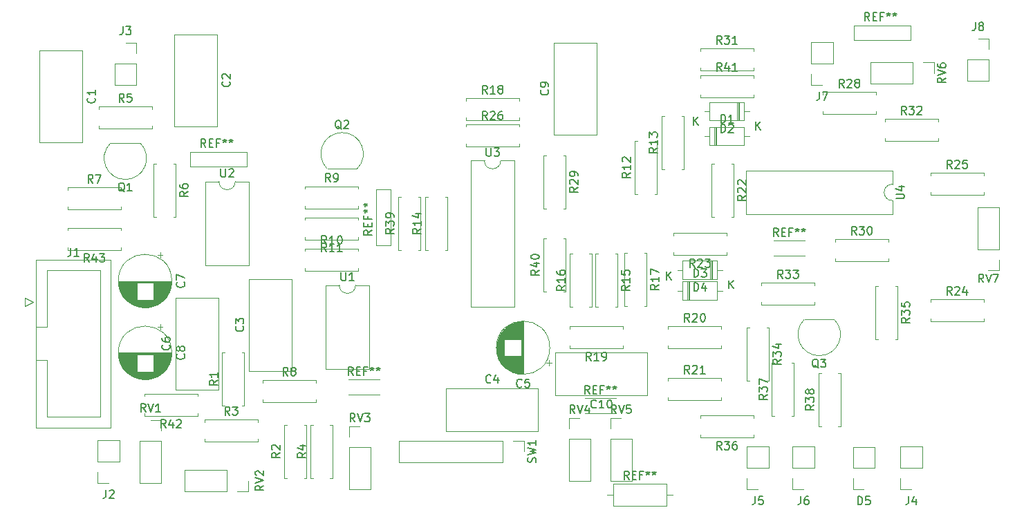
<source format=gbr>
%TF.GenerationSoftware,KiCad,Pcbnew,(6.0.6)*%
%TF.CreationDate,2023-01-04T14:31:25+01:00*%
%TF.ProjectId,yusynth lfo_new_con2x5,79757379-6e74-4682-906c-666f5f6e6577,rev?*%
%TF.SameCoordinates,Original*%
%TF.FileFunction,Legend,Top*%
%TF.FilePolarity,Positive*%
%FSLAX46Y46*%
G04 Gerber Fmt 4.6, Leading zero omitted, Abs format (unit mm)*
G04 Created by KiCad (PCBNEW (6.0.6)) date 2023-01-04 14:31:25*
%MOMM*%
%LPD*%
G01*
G04 APERTURE LIST*
%ADD10C,0.150000*%
%ADD11C,0.120000*%
G04 APERTURE END LIST*
D10*
%TO.C,RV5*%
X158027761Y-73433380D02*
X157694428Y-72957190D01*
X157456333Y-73433380D02*
X157456333Y-72433380D01*
X157837285Y-72433380D01*
X157932523Y-72481000D01*
X157980142Y-72528619D01*
X158027761Y-72623857D01*
X158027761Y-72766714D01*
X157980142Y-72861952D01*
X157932523Y-72909571D01*
X157837285Y-72957190D01*
X157456333Y-72957190D01*
X158313476Y-72433380D02*
X158646809Y-73433380D01*
X158980142Y-72433380D01*
X159789666Y-72433380D02*
X159313476Y-72433380D01*
X159265857Y-72909571D01*
X159313476Y-72861952D01*
X159408714Y-72814333D01*
X159646809Y-72814333D01*
X159742047Y-72861952D01*
X159789666Y-72909571D01*
X159837285Y-73004809D01*
X159837285Y-73242904D01*
X159789666Y-73338142D01*
X159742047Y-73385761D01*
X159646809Y-73433380D01*
X159408714Y-73433380D01*
X159313476Y-73385761D01*
X159265857Y-73338142D01*
%TO.C,Q2*%
X124364761Y-38622619D02*
X124269523Y-38575000D01*
X124174285Y-38479761D01*
X124031428Y-38336904D01*
X123936190Y-38289285D01*
X123840952Y-38289285D01*
X123888571Y-38527380D02*
X123793333Y-38479761D01*
X123698095Y-38384523D01*
X123650476Y-38194047D01*
X123650476Y-37860714D01*
X123698095Y-37670238D01*
X123793333Y-37575000D01*
X123888571Y-37527380D01*
X124079047Y-37527380D01*
X124174285Y-37575000D01*
X124269523Y-37670238D01*
X124317142Y-37860714D01*
X124317142Y-38194047D01*
X124269523Y-38384523D01*
X124174285Y-38479761D01*
X124079047Y-38527380D01*
X123888571Y-38527380D01*
X124698095Y-37622619D02*
X124745714Y-37575000D01*
X124840952Y-37527380D01*
X125079047Y-37527380D01*
X125174285Y-37575000D01*
X125221904Y-37622619D01*
X125269523Y-37717857D01*
X125269523Y-37813095D01*
X125221904Y-37955952D01*
X124650476Y-38527380D01*
X125269523Y-38527380D01*
%TO.C,C6*%
X103287142Y-65063666D02*
X103334761Y-65111285D01*
X103382380Y-65254142D01*
X103382380Y-65349380D01*
X103334761Y-65492238D01*
X103239523Y-65587476D01*
X103144285Y-65635095D01*
X102953809Y-65682714D01*
X102810952Y-65682714D01*
X102620476Y-65635095D01*
X102525238Y-65587476D01*
X102430000Y-65492238D01*
X102382380Y-65349380D01*
X102382380Y-65254142D01*
X102430000Y-65111285D01*
X102477619Y-65063666D01*
X102382380Y-64206523D02*
X102382380Y-64397000D01*
X102430000Y-64492238D01*
X102477619Y-64539857D01*
X102620476Y-64635095D01*
X102810952Y-64682714D01*
X103191904Y-64682714D01*
X103287142Y-64635095D01*
X103334761Y-64587476D01*
X103382380Y-64492238D01*
X103382380Y-64301761D01*
X103334761Y-64206523D01*
X103287142Y-64158904D01*
X103191904Y-64111285D01*
X102953809Y-64111285D01*
X102858571Y-64158904D01*
X102810952Y-64206523D01*
X102763333Y-64301761D01*
X102763333Y-64492238D01*
X102810952Y-64587476D01*
X102858571Y-64635095D01*
X102953809Y-64682714D01*
%TO.C,R36*%
X170934142Y-77879380D02*
X170600809Y-77403190D01*
X170362714Y-77879380D02*
X170362714Y-76879380D01*
X170743666Y-76879380D01*
X170838904Y-76927000D01*
X170886523Y-76974619D01*
X170934142Y-77069857D01*
X170934142Y-77212714D01*
X170886523Y-77307952D01*
X170838904Y-77355571D01*
X170743666Y-77403190D01*
X170362714Y-77403190D01*
X171267476Y-76879380D02*
X171886523Y-76879380D01*
X171553190Y-77260333D01*
X171696047Y-77260333D01*
X171791285Y-77307952D01*
X171838904Y-77355571D01*
X171886523Y-77450809D01*
X171886523Y-77688904D01*
X171838904Y-77784142D01*
X171791285Y-77831761D01*
X171696047Y-77879380D01*
X171410333Y-77879380D01*
X171315095Y-77831761D01*
X171267476Y-77784142D01*
X172743666Y-76879380D02*
X172553190Y-76879380D01*
X172457952Y-76927000D01*
X172410333Y-76974619D01*
X172315095Y-77117476D01*
X172267476Y-77307952D01*
X172267476Y-77688904D01*
X172315095Y-77784142D01*
X172362714Y-77831761D01*
X172457952Y-77879380D01*
X172648428Y-77879380D01*
X172743666Y-77831761D01*
X172791285Y-77784142D01*
X172838904Y-77688904D01*
X172838904Y-77450809D01*
X172791285Y-77355571D01*
X172743666Y-77307952D01*
X172648428Y-77260333D01*
X172457952Y-77260333D01*
X172362714Y-77307952D01*
X172315095Y-77355571D01*
X172267476Y-77450809D01*
%TO.C,R2*%
X116827380Y-78271666D02*
X116351190Y-78605000D01*
X116827380Y-78843095D02*
X115827380Y-78843095D01*
X115827380Y-78462142D01*
X115875000Y-78366904D01*
X115922619Y-78319285D01*
X116017857Y-78271666D01*
X116160714Y-78271666D01*
X116255952Y-78319285D01*
X116303571Y-78366904D01*
X116351190Y-78462142D01*
X116351190Y-78843095D01*
X115922619Y-77890714D02*
X115875000Y-77843095D01*
X115827380Y-77747857D01*
X115827380Y-77509761D01*
X115875000Y-77414523D01*
X115922619Y-77366904D01*
X116017857Y-77319285D01*
X116113095Y-77319285D01*
X116255952Y-77366904D01*
X116827380Y-77938333D01*
X116827380Y-77319285D01*
%TO.C,U3*%
X142113095Y-40932380D02*
X142113095Y-41741904D01*
X142160714Y-41837142D01*
X142208333Y-41884761D01*
X142303571Y-41932380D01*
X142494047Y-41932380D01*
X142589285Y-41884761D01*
X142636904Y-41837142D01*
X142684523Y-41741904D01*
X142684523Y-40932380D01*
X143065476Y-40932380D02*
X143684523Y-40932380D01*
X143351190Y-41313333D01*
X143494047Y-41313333D01*
X143589285Y-41360952D01*
X143636904Y-41408571D01*
X143684523Y-41503809D01*
X143684523Y-41741904D01*
X143636904Y-41837142D01*
X143589285Y-41884761D01*
X143494047Y-41932380D01*
X143208333Y-41932380D01*
X143113095Y-41884761D01*
X143065476Y-41837142D01*
%TO.C,R17*%
X163223380Y-57665857D02*
X162747190Y-57999190D01*
X163223380Y-58237285D02*
X162223380Y-58237285D01*
X162223380Y-57856333D01*
X162271000Y-57761095D01*
X162318619Y-57713476D01*
X162413857Y-57665857D01*
X162556714Y-57665857D01*
X162651952Y-57713476D01*
X162699571Y-57761095D01*
X162747190Y-57856333D01*
X162747190Y-58237285D01*
X163223380Y-56713476D02*
X163223380Y-57284904D01*
X163223380Y-56999190D02*
X162223380Y-56999190D01*
X162366238Y-57094428D01*
X162461476Y-57189666D01*
X162509095Y-57284904D01*
X162223380Y-56380142D02*
X162223380Y-55713476D01*
X163223380Y-56142047D01*
%TO.C,R28*%
X185920142Y-33515380D02*
X185586809Y-33039190D01*
X185348714Y-33515380D02*
X185348714Y-32515380D01*
X185729666Y-32515380D01*
X185824904Y-32563000D01*
X185872523Y-32610619D01*
X185920142Y-32705857D01*
X185920142Y-32848714D01*
X185872523Y-32943952D01*
X185824904Y-32991571D01*
X185729666Y-33039190D01*
X185348714Y-33039190D01*
X186301095Y-32610619D02*
X186348714Y-32563000D01*
X186443952Y-32515380D01*
X186682047Y-32515380D01*
X186777285Y-32563000D01*
X186824904Y-32610619D01*
X186872523Y-32705857D01*
X186872523Y-32801095D01*
X186824904Y-32943952D01*
X186253476Y-33515380D01*
X186872523Y-33515380D01*
X187443952Y-32943952D02*
X187348714Y-32896333D01*
X187301095Y-32848714D01*
X187253476Y-32753476D01*
X187253476Y-32705857D01*
X187301095Y-32610619D01*
X187348714Y-32563000D01*
X187443952Y-32515380D01*
X187634428Y-32515380D01*
X187729666Y-32563000D01*
X187777285Y-32610619D01*
X187824904Y-32705857D01*
X187824904Y-32753476D01*
X187777285Y-32848714D01*
X187729666Y-32896333D01*
X187634428Y-32943952D01*
X187443952Y-32943952D01*
X187348714Y-32991571D01*
X187301095Y-33039190D01*
X187253476Y-33134428D01*
X187253476Y-33324904D01*
X187301095Y-33420142D01*
X187348714Y-33467761D01*
X187443952Y-33515380D01*
X187634428Y-33515380D01*
X187729666Y-33467761D01*
X187777285Y-33420142D01*
X187824904Y-33324904D01*
X187824904Y-33134428D01*
X187777285Y-33039190D01*
X187729666Y-32991571D01*
X187634428Y-32943952D01*
%TO.C,R33*%
X178427142Y-56883380D02*
X178093809Y-56407190D01*
X177855714Y-56883380D02*
X177855714Y-55883380D01*
X178236666Y-55883380D01*
X178331904Y-55931000D01*
X178379523Y-55978619D01*
X178427142Y-56073857D01*
X178427142Y-56216714D01*
X178379523Y-56311952D01*
X178331904Y-56359571D01*
X178236666Y-56407190D01*
X177855714Y-56407190D01*
X178760476Y-55883380D02*
X179379523Y-55883380D01*
X179046190Y-56264333D01*
X179189047Y-56264333D01*
X179284285Y-56311952D01*
X179331904Y-56359571D01*
X179379523Y-56454809D01*
X179379523Y-56692904D01*
X179331904Y-56788142D01*
X179284285Y-56835761D01*
X179189047Y-56883380D01*
X178903333Y-56883380D01*
X178808095Y-56835761D01*
X178760476Y-56788142D01*
X179712857Y-55883380D02*
X180331904Y-55883380D01*
X179998571Y-56264333D01*
X180141428Y-56264333D01*
X180236666Y-56311952D01*
X180284285Y-56359571D01*
X180331904Y-56454809D01*
X180331904Y-56692904D01*
X180284285Y-56788142D01*
X180236666Y-56835761D01*
X180141428Y-56883380D01*
X179855714Y-56883380D01*
X179760476Y-56835761D01*
X179712857Y-56788142D01*
%TO.C,C5*%
X146450712Y-70162142D02*
X146403093Y-70209761D01*
X146260236Y-70257380D01*
X146164998Y-70257380D01*
X146022140Y-70209761D01*
X145926902Y-70114523D01*
X145879283Y-70019285D01*
X145831664Y-69828809D01*
X145831664Y-69685952D01*
X145879283Y-69495476D01*
X145926902Y-69400238D01*
X146022140Y-69305000D01*
X146164998Y-69257380D01*
X146260236Y-69257380D01*
X146403093Y-69305000D01*
X146450712Y-69352619D01*
X147355474Y-69257380D02*
X146879283Y-69257380D01*
X146831664Y-69733571D01*
X146879283Y-69685952D01*
X146974521Y-69638333D01*
X147212617Y-69638333D01*
X147307855Y-69685952D01*
X147355474Y-69733571D01*
X147403093Y-69828809D01*
X147403093Y-70066904D01*
X147355474Y-70162142D01*
X147307855Y-70209761D01*
X147212617Y-70257380D01*
X146974521Y-70257380D01*
X146879283Y-70209761D01*
X146831664Y-70162142D01*
%TO.C,R1*%
X109207380Y-69381666D02*
X108731190Y-69715000D01*
X109207380Y-69953095D02*
X108207380Y-69953095D01*
X108207380Y-69572142D01*
X108255000Y-69476904D01*
X108302619Y-69429285D01*
X108397857Y-69381666D01*
X108540714Y-69381666D01*
X108635952Y-69429285D01*
X108683571Y-69476904D01*
X108731190Y-69572142D01*
X108731190Y-69953095D01*
X109207380Y-68429285D02*
X109207380Y-69000714D01*
X109207380Y-68715000D02*
X108207380Y-68715000D01*
X108350238Y-68810238D01*
X108445476Y-68905476D01*
X108493095Y-69000714D01*
%TO.C,R14*%
X134099380Y-50807857D02*
X133623190Y-51141190D01*
X134099380Y-51379285D02*
X133099380Y-51379285D01*
X133099380Y-50998333D01*
X133147000Y-50903095D01*
X133194619Y-50855476D01*
X133289857Y-50807857D01*
X133432714Y-50807857D01*
X133527952Y-50855476D01*
X133575571Y-50903095D01*
X133623190Y-50998333D01*
X133623190Y-51379285D01*
X134099380Y-49855476D02*
X134099380Y-50426904D01*
X134099380Y-50141190D02*
X133099380Y-50141190D01*
X133242238Y-50236428D01*
X133337476Y-50331666D01*
X133385095Y-50426904D01*
X133432714Y-48998333D02*
X134099380Y-48998333D01*
X133051761Y-49236428D02*
X133766047Y-49474523D01*
X133766047Y-48855476D01*
%TO.C,R20*%
X166997142Y-62217380D02*
X166663809Y-61741190D01*
X166425714Y-62217380D02*
X166425714Y-61217380D01*
X166806666Y-61217380D01*
X166901904Y-61265000D01*
X166949523Y-61312619D01*
X166997142Y-61407857D01*
X166997142Y-61550714D01*
X166949523Y-61645952D01*
X166901904Y-61693571D01*
X166806666Y-61741190D01*
X166425714Y-61741190D01*
X167378095Y-61312619D02*
X167425714Y-61265000D01*
X167520952Y-61217380D01*
X167759047Y-61217380D01*
X167854285Y-61265000D01*
X167901904Y-61312619D01*
X167949523Y-61407857D01*
X167949523Y-61503095D01*
X167901904Y-61645952D01*
X167330476Y-62217380D01*
X167949523Y-62217380D01*
X168568571Y-61217380D02*
X168663809Y-61217380D01*
X168759047Y-61265000D01*
X168806666Y-61312619D01*
X168854285Y-61407857D01*
X168901904Y-61598333D01*
X168901904Y-61836428D01*
X168854285Y-62026904D01*
X168806666Y-62122142D01*
X168759047Y-62169761D01*
X168663809Y-62217380D01*
X168568571Y-62217380D01*
X168473333Y-62169761D01*
X168425714Y-62122142D01*
X168378095Y-62026904D01*
X168330476Y-61836428D01*
X168330476Y-61598333D01*
X168378095Y-61407857D01*
X168425714Y-61312619D01*
X168473333Y-61265000D01*
X168568571Y-61217380D01*
%TO.C,REF\u002A\u002A*%
X154749666Y-71049380D02*
X154416333Y-70573190D01*
X154178238Y-71049380D02*
X154178238Y-70049380D01*
X154559190Y-70049380D01*
X154654428Y-70097000D01*
X154702047Y-70144619D01*
X154749666Y-70239857D01*
X154749666Y-70382714D01*
X154702047Y-70477952D01*
X154654428Y-70525571D01*
X154559190Y-70573190D01*
X154178238Y-70573190D01*
X155178238Y-70525571D02*
X155511571Y-70525571D01*
X155654428Y-71049380D02*
X155178238Y-71049380D01*
X155178238Y-70049380D01*
X155654428Y-70049380D01*
X156416333Y-70525571D02*
X156083000Y-70525571D01*
X156083000Y-71049380D02*
X156083000Y-70049380D01*
X156559190Y-70049380D01*
X157083000Y-70049380D02*
X157083000Y-70287476D01*
X156844904Y-70192238D02*
X157083000Y-70287476D01*
X157321095Y-70192238D01*
X156940142Y-70477952D02*
X157083000Y-70287476D01*
X157225857Y-70477952D01*
X157844904Y-70049380D02*
X157844904Y-70287476D01*
X157606809Y-70192238D02*
X157844904Y-70287476D01*
X158083000Y-70192238D01*
X157702047Y-70477952D02*
X157844904Y-70287476D01*
X157987761Y-70477952D01*
%TO.C,RV3*%
X126023761Y-74464380D02*
X125690428Y-73988190D01*
X125452333Y-74464380D02*
X125452333Y-73464380D01*
X125833285Y-73464380D01*
X125928523Y-73512000D01*
X125976142Y-73559619D01*
X126023761Y-73654857D01*
X126023761Y-73797714D01*
X125976142Y-73892952D01*
X125928523Y-73940571D01*
X125833285Y-73988190D01*
X125452333Y-73988190D01*
X126309476Y-73464380D02*
X126642809Y-74464380D01*
X126976142Y-73464380D01*
X127214238Y-73464380D02*
X127833285Y-73464380D01*
X127499952Y-73845333D01*
X127642809Y-73845333D01*
X127738047Y-73892952D01*
X127785666Y-73940571D01*
X127833285Y-74035809D01*
X127833285Y-74273904D01*
X127785666Y-74369142D01*
X127738047Y-74416761D01*
X127642809Y-74464380D01*
X127357095Y-74464380D01*
X127261857Y-74416761D01*
X127214238Y-74369142D01*
%TO.C,U2*%
X109611095Y-43487380D02*
X109611095Y-44296904D01*
X109658714Y-44392142D01*
X109706333Y-44439761D01*
X109801571Y-44487380D01*
X109992047Y-44487380D01*
X110087285Y-44439761D01*
X110134904Y-44392142D01*
X110182523Y-44296904D01*
X110182523Y-43487380D01*
X110611095Y-43582619D02*
X110658714Y-43535000D01*
X110753952Y-43487380D01*
X110992047Y-43487380D01*
X111087285Y-43535000D01*
X111134904Y-43582619D01*
X111182523Y-43677857D01*
X111182523Y-43773095D01*
X111134904Y-43915952D01*
X110563476Y-44487380D01*
X111182523Y-44487380D01*
%TO.C,REF\u002A\u002A*%
X177863666Y-51745380D02*
X177530333Y-51269190D01*
X177292238Y-51745380D02*
X177292238Y-50745380D01*
X177673190Y-50745380D01*
X177768428Y-50793000D01*
X177816047Y-50840619D01*
X177863666Y-50935857D01*
X177863666Y-51078714D01*
X177816047Y-51173952D01*
X177768428Y-51221571D01*
X177673190Y-51269190D01*
X177292238Y-51269190D01*
X178292238Y-51221571D02*
X178625571Y-51221571D01*
X178768428Y-51745380D02*
X178292238Y-51745380D01*
X178292238Y-50745380D01*
X178768428Y-50745380D01*
X179530333Y-51221571D02*
X179197000Y-51221571D01*
X179197000Y-51745380D02*
X179197000Y-50745380D01*
X179673190Y-50745380D01*
X180197000Y-50745380D02*
X180197000Y-50983476D01*
X179958904Y-50888238D02*
X180197000Y-50983476D01*
X180435095Y-50888238D01*
X180054142Y-51173952D02*
X180197000Y-50983476D01*
X180339857Y-51173952D01*
X180958904Y-50745380D02*
X180958904Y-50983476D01*
X180720809Y-50888238D02*
X180958904Y-50983476D01*
X181197000Y-50888238D01*
X180816047Y-51173952D02*
X180958904Y-50983476D01*
X181101761Y-51173952D01*
%TO.C,J4*%
X193824666Y-83609380D02*
X193824666Y-84323666D01*
X193777047Y-84466523D01*
X193681809Y-84561761D01*
X193538952Y-84609380D01*
X193443714Y-84609380D01*
X194729428Y-83942714D02*
X194729428Y-84609380D01*
X194491333Y-83561761D02*
X194253238Y-84276047D01*
X194872285Y-84276047D01*
%TO.C,R9*%
X123023333Y-45072380D02*
X122690000Y-44596190D01*
X122451904Y-45072380D02*
X122451904Y-44072380D01*
X122832857Y-44072380D01*
X122928095Y-44120000D01*
X122975714Y-44167619D01*
X123023333Y-44262857D01*
X123023333Y-44405714D01*
X122975714Y-44500952D01*
X122928095Y-44548571D01*
X122832857Y-44596190D01*
X122451904Y-44596190D01*
X123499523Y-45072380D02*
X123690000Y-45072380D01*
X123785238Y-45024761D01*
X123832857Y-44977142D01*
X123928095Y-44834285D01*
X123975714Y-44643809D01*
X123975714Y-44262857D01*
X123928095Y-44167619D01*
X123880476Y-44120000D01*
X123785238Y-44072380D01*
X123594761Y-44072380D01*
X123499523Y-44120000D01*
X123451904Y-44167619D01*
X123404285Y-44262857D01*
X123404285Y-44500952D01*
X123451904Y-44596190D01*
X123499523Y-44643809D01*
X123594761Y-44691428D01*
X123785238Y-44691428D01*
X123880476Y-44643809D01*
X123928095Y-44596190D01*
X123975714Y-44500952D01*
%TO.C,C9*%
X149642142Y-33821666D02*
X149689761Y-33869285D01*
X149737380Y-34012142D01*
X149737380Y-34107380D01*
X149689761Y-34250238D01*
X149594523Y-34345476D01*
X149499285Y-34393095D01*
X149308809Y-34440714D01*
X149165952Y-34440714D01*
X148975476Y-34393095D01*
X148880238Y-34345476D01*
X148785000Y-34250238D01*
X148737380Y-34107380D01*
X148737380Y-34012142D01*
X148785000Y-33869285D01*
X148832619Y-33821666D01*
X149737380Y-33345476D02*
X149737380Y-33155000D01*
X149689761Y-33059761D01*
X149642142Y-33012142D01*
X149499285Y-32916904D01*
X149308809Y-32869285D01*
X148927857Y-32869285D01*
X148832619Y-32916904D01*
X148785000Y-32964523D01*
X148737380Y-33059761D01*
X148737380Y-33250238D01*
X148785000Y-33345476D01*
X148832619Y-33393095D01*
X148927857Y-33440714D01*
X149165952Y-33440714D01*
X149261190Y-33393095D01*
X149308809Y-33345476D01*
X149356428Y-33250238D01*
X149356428Y-33059761D01*
X149308809Y-32964523D01*
X149261190Y-32916904D01*
X149165952Y-32869285D01*
%TO.C,R16*%
X151752380Y-57792857D02*
X151276190Y-58126190D01*
X151752380Y-58364285D02*
X150752380Y-58364285D01*
X150752380Y-57983333D01*
X150800000Y-57888095D01*
X150847619Y-57840476D01*
X150942857Y-57792857D01*
X151085714Y-57792857D01*
X151180952Y-57840476D01*
X151228571Y-57888095D01*
X151276190Y-57983333D01*
X151276190Y-58364285D01*
X151752380Y-56840476D02*
X151752380Y-57411904D01*
X151752380Y-57126190D02*
X150752380Y-57126190D01*
X150895238Y-57221428D01*
X150990476Y-57316666D01*
X151038095Y-57411904D01*
X150752380Y-55983333D02*
X150752380Y-56173809D01*
X150800000Y-56269047D01*
X150847619Y-56316666D01*
X150990476Y-56411904D01*
X151180952Y-56459523D01*
X151561904Y-56459523D01*
X151657142Y-56411904D01*
X151704761Y-56364285D01*
X151752380Y-56269047D01*
X151752380Y-56078571D01*
X151704761Y-55983333D01*
X151657142Y-55935714D01*
X151561904Y-55888095D01*
X151323809Y-55888095D01*
X151228571Y-55935714D01*
X151180952Y-55983333D01*
X151133333Y-56078571D01*
X151133333Y-56269047D01*
X151180952Y-56364285D01*
X151228571Y-56411904D01*
X151323809Y-56459523D01*
%TO.C,R35*%
X193957380Y-61729857D02*
X193481190Y-62063190D01*
X193957380Y-62301285D02*
X192957380Y-62301285D01*
X192957380Y-61920333D01*
X193005000Y-61825095D01*
X193052619Y-61777476D01*
X193147857Y-61729857D01*
X193290714Y-61729857D01*
X193385952Y-61777476D01*
X193433571Y-61825095D01*
X193481190Y-61920333D01*
X193481190Y-62301285D01*
X192957380Y-61396523D02*
X192957380Y-60777476D01*
X193338333Y-61110809D01*
X193338333Y-60967952D01*
X193385952Y-60872714D01*
X193433571Y-60825095D01*
X193528809Y-60777476D01*
X193766904Y-60777476D01*
X193862142Y-60825095D01*
X193909761Y-60872714D01*
X193957380Y-60967952D01*
X193957380Y-61253666D01*
X193909761Y-61348904D01*
X193862142Y-61396523D01*
X192957380Y-59872714D02*
X192957380Y-60348904D01*
X193433571Y-60396523D01*
X193385952Y-60348904D01*
X193338333Y-60253666D01*
X193338333Y-60015571D01*
X193385952Y-59920333D01*
X193433571Y-59872714D01*
X193528809Y-59825095D01*
X193766904Y-59825095D01*
X193862142Y-59872714D01*
X193909761Y-59920333D01*
X193957380Y-60015571D01*
X193957380Y-60253666D01*
X193909761Y-60348904D01*
X193862142Y-60396523D01*
%TO.C,REF\u002A\u002A*%
X107753666Y-40843380D02*
X107420333Y-40367190D01*
X107182238Y-40843380D02*
X107182238Y-39843380D01*
X107563190Y-39843380D01*
X107658428Y-39891000D01*
X107706047Y-39938619D01*
X107753666Y-40033857D01*
X107753666Y-40176714D01*
X107706047Y-40271952D01*
X107658428Y-40319571D01*
X107563190Y-40367190D01*
X107182238Y-40367190D01*
X108182238Y-40319571D02*
X108515571Y-40319571D01*
X108658428Y-40843380D02*
X108182238Y-40843380D01*
X108182238Y-39843380D01*
X108658428Y-39843380D01*
X109420333Y-40319571D02*
X109087000Y-40319571D01*
X109087000Y-40843380D02*
X109087000Y-39843380D01*
X109563190Y-39843380D01*
X110087000Y-39843380D02*
X110087000Y-40081476D01*
X109848904Y-39986238D02*
X110087000Y-40081476D01*
X110325095Y-39986238D01*
X109944142Y-40271952D02*
X110087000Y-40081476D01*
X110229857Y-40271952D01*
X110848904Y-39843380D02*
X110848904Y-40081476D01*
X110610809Y-39986238D02*
X110848904Y-40081476D01*
X111087000Y-39986238D01*
X110706047Y-40271952D02*
X110848904Y-40081476D01*
X110991761Y-40271952D01*
%TO.C,U4*%
X192287380Y-47126904D02*
X193096904Y-47126904D01*
X193192142Y-47079285D01*
X193239761Y-47031666D01*
X193287380Y-46936428D01*
X193287380Y-46745952D01*
X193239761Y-46650714D01*
X193192142Y-46603095D01*
X193096904Y-46555476D01*
X192287380Y-46555476D01*
X192620714Y-45650714D02*
X193287380Y-45650714D01*
X192239761Y-45888809D02*
X192954047Y-46126904D01*
X192954047Y-45507857D01*
%TO.C,J8*%
X202002666Y-25531380D02*
X202002666Y-26245666D01*
X201955047Y-26388523D01*
X201859809Y-26483761D01*
X201716952Y-26531380D01*
X201621714Y-26531380D01*
X202621714Y-25959952D02*
X202526476Y-25912333D01*
X202478857Y-25864714D01*
X202431238Y-25769476D01*
X202431238Y-25721857D01*
X202478857Y-25626619D01*
X202526476Y-25579000D01*
X202621714Y-25531380D01*
X202812190Y-25531380D01*
X202907428Y-25579000D01*
X202955047Y-25626619D01*
X203002666Y-25721857D01*
X203002666Y-25769476D01*
X202955047Y-25864714D01*
X202907428Y-25912333D01*
X202812190Y-25959952D01*
X202621714Y-25959952D01*
X202526476Y-26007571D01*
X202478857Y-26055190D01*
X202431238Y-26150428D01*
X202431238Y-26340904D01*
X202478857Y-26436142D01*
X202526476Y-26483761D01*
X202621714Y-26531380D01*
X202812190Y-26531380D01*
X202907428Y-26483761D01*
X202955047Y-26436142D01*
X203002666Y-26340904D01*
X203002666Y-26150428D01*
X202955047Y-26055190D01*
X202907428Y-26007571D01*
X202812190Y-25959952D01*
%TO.C,RV7*%
X202985761Y-57377380D02*
X202652428Y-56901190D01*
X202414333Y-57377380D02*
X202414333Y-56377380D01*
X202795285Y-56377380D01*
X202890523Y-56425000D01*
X202938142Y-56472619D01*
X202985761Y-56567857D01*
X202985761Y-56710714D01*
X202938142Y-56805952D01*
X202890523Y-56853571D01*
X202795285Y-56901190D01*
X202414333Y-56901190D01*
X203271476Y-56377380D02*
X203604809Y-57377380D01*
X203938142Y-56377380D01*
X204176238Y-56377380D02*
X204842904Y-56377380D01*
X204414333Y-57377380D01*
%TO.C,RV1*%
X100394761Y-73262380D02*
X100061428Y-72786190D01*
X99823333Y-73262380D02*
X99823333Y-72262380D01*
X100204285Y-72262380D01*
X100299523Y-72310000D01*
X100347142Y-72357619D01*
X100394761Y-72452857D01*
X100394761Y-72595714D01*
X100347142Y-72690952D01*
X100299523Y-72738571D01*
X100204285Y-72786190D01*
X99823333Y-72786190D01*
X100680476Y-72262380D02*
X101013809Y-73262380D01*
X101347142Y-72262380D01*
X102204285Y-73262380D02*
X101632857Y-73262380D01*
X101918571Y-73262380D02*
X101918571Y-72262380D01*
X101823333Y-72405238D01*
X101728095Y-72500476D01*
X101632857Y-72548095D01*
%TO.C,REF\u002A\u002A*%
X128092380Y-50996333D02*
X127616190Y-51329666D01*
X128092380Y-51567761D02*
X127092380Y-51567761D01*
X127092380Y-51186809D01*
X127140000Y-51091571D01*
X127187619Y-51043952D01*
X127282857Y-50996333D01*
X127425714Y-50996333D01*
X127520952Y-51043952D01*
X127568571Y-51091571D01*
X127616190Y-51186809D01*
X127616190Y-51567761D01*
X127568571Y-50567761D02*
X127568571Y-50234428D01*
X128092380Y-50091571D02*
X128092380Y-50567761D01*
X127092380Y-50567761D01*
X127092380Y-50091571D01*
X127568571Y-49329666D02*
X127568571Y-49663000D01*
X128092380Y-49663000D02*
X127092380Y-49663000D01*
X127092380Y-49186809D01*
X127092380Y-48663000D02*
X127330476Y-48663000D01*
X127235238Y-48901095D02*
X127330476Y-48663000D01*
X127235238Y-48424904D01*
X127520952Y-48805857D02*
X127330476Y-48663000D01*
X127520952Y-48520142D01*
X127092380Y-47901095D02*
X127330476Y-47901095D01*
X127235238Y-48139190D02*
X127330476Y-47901095D01*
X127235238Y-47663000D01*
X127520952Y-48043952D02*
X127330476Y-47901095D01*
X127520952Y-47758238D01*
X159575666Y-81521380D02*
X159242333Y-81045190D01*
X159004238Y-81521380D02*
X159004238Y-80521380D01*
X159385190Y-80521380D01*
X159480428Y-80569000D01*
X159528047Y-80616619D01*
X159575666Y-80711857D01*
X159575666Y-80854714D01*
X159528047Y-80949952D01*
X159480428Y-80997571D01*
X159385190Y-81045190D01*
X159004238Y-81045190D01*
X160004238Y-80997571D02*
X160337571Y-80997571D01*
X160480428Y-81521380D02*
X160004238Y-81521380D01*
X160004238Y-80521380D01*
X160480428Y-80521380D01*
X161242333Y-80997571D02*
X160909000Y-80997571D01*
X160909000Y-81521380D02*
X160909000Y-80521380D01*
X161385190Y-80521380D01*
X161909000Y-80521380D02*
X161909000Y-80759476D01*
X161670904Y-80664238D02*
X161909000Y-80759476D01*
X162147095Y-80664238D01*
X161766142Y-80949952D02*
X161909000Y-80759476D01*
X162051857Y-80949952D01*
X162670904Y-80521380D02*
X162670904Y-80759476D01*
X162432809Y-80664238D02*
X162670904Y-80759476D01*
X162909000Y-80664238D01*
X162528047Y-80949952D02*
X162670904Y-80759476D01*
X162813761Y-80949952D01*
%TO.C,C2*%
X110660142Y-32805666D02*
X110707761Y-32853285D01*
X110755380Y-32996142D01*
X110755380Y-33091380D01*
X110707761Y-33234238D01*
X110612523Y-33329476D01*
X110517285Y-33377095D01*
X110326809Y-33424714D01*
X110183952Y-33424714D01*
X109993476Y-33377095D01*
X109898238Y-33329476D01*
X109803000Y-33234238D01*
X109755380Y-33091380D01*
X109755380Y-32996142D01*
X109803000Y-32853285D01*
X109850619Y-32805666D01*
X109850619Y-32424714D02*
X109803000Y-32377095D01*
X109755380Y-32281857D01*
X109755380Y-32043761D01*
X109803000Y-31948523D01*
X109850619Y-31900904D01*
X109945857Y-31853285D01*
X110041095Y-31853285D01*
X110183952Y-31900904D01*
X110755380Y-32472333D01*
X110755380Y-31853285D01*
%TO.C,R30*%
X187444142Y-51549380D02*
X187110809Y-51073190D01*
X186872714Y-51549380D02*
X186872714Y-50549380D01*
X187253666Y-50549380D01*
X187348904Y-50597000D01*
X187396523Y-50644619D01*
X187444142Y-50739857D01*
X187444142Y-50882714D01*
X187396523Y-50977952D01*
X187348904Y-51025571D01*
X187253666Y-51073190D01*
X186872714Y-51073190D01*
X187777476Y-50549380D02*
X188396523Y-50549380D01*
X188063190Y-50930333D01*
X188206047Y-50930333D01*
X188301285Y-50977952D01*
X188348904Y-51025571D01*
X188396523Y-51120809D01*
X188396523Y-51358904D01*
X188348904Y-51454142D01*
X188301285Y-51501761D01*
X188206047Y-51549380D01*
X187920333Y-51549380D01*
X187825095Y-51501761D01*
X187777476Y-51454142D01*
X189015571Y-50549380D02*
X189110809Y-50549380D01*
X189206047Y-50597000D01*
X189253666Y-50644619D01*
X189301285Y-50739857D01*
X189348904Y-50930333D01*
X189348904Y-51168428D01*
X189301285Y-51358904D01*
X189253666Y-51454142D01*
X189206047Y-51501761D01*
X189110809Y-51549380D01*
X189015571Y-51549380D01*
X188920333Y-51501761D01*
X188872714Y-51454142D01*
X188825095Y-51358904D01*
X188777476Y-51168428D01*
X188777476Y-50930333D01*
X188825095Y-50739857D01*
X188872714Y-50644619D01*
X188920333Y-50597000D01*
X189015571Y-50549380D01*
%TO.C,R41*%
X170934142Y-31483380D02*
X170600809Y-31007190D01*
X170362714Y-31483380D02*
X170362714Y-30483380D01*
X170743666Y-30483380D01*
X170838904Y-30531000D01*
X170886523Y-30578619D01*
X170934142Y-30673857D01*
X170934142Y-30816714D01*
X170886523Y-30911952D01*
X170838904Y-30959571D01*
X170743666Y-31007190D01*
X170362714Y-31007190D01*
X171791285Y-30816714D02*
X171791285Y-31483380D01*
X171553190Y-30435761D02*
X171315095Y-31150047D01*
X171934142Y-31150047D01*
X172838904Y-31483380D02*
X172267476Y-31483380D01*
X172553190Y-31483380D02*
X172553190Y-30483380D01*
X172457952Y-30626238D01*
X172362714Y-30721476D01*
X172267476Y-30769095D01*
%TO.C,J7*%
X182902666Y-34079380D02*
X182902666Y-34793666D01*
X182855047Y-34936523D01*
X182759809Y-35031761D01*
X182616952Y-35079380D01*
X182521714Y-35079380D01*
X183283619Y-34079380D02*
X183950285Y-34079380D01*
X183521714Y-35079380D01*
%TO.C,REF\u002A\u002A*%
X189033666Y-25349380D02*
X188700333Y-24873190D01*
X188462238Y-25349380D02*
X188462238Y-24349380D01*
X188843190Y-24349380D01*
X188938428Y-24397000D01*
X188986047Y-24444619D01*
X189033666Y-24539857D01*
X189033666Y-24682714D01*
X188986047Y-24777952D01*
X188938428Y-24825571D01*
X188843190Y-24873190D01*
X188462238Y-24873190D01*
X189462238Y-24825571D02*
X189795571Y-24825571D01*
X189938428Y-25349380D02*
X189462238Y-25349380D01*
X189462238Y-24349380D01*
X189938428Y-24349380D01*
X190700333Y-24825571D02*
X190367000Y-24825571D01*
X190367000Y-25349380D02*
X190367000Y-24349380D01*
X190843190Y-24349380D01*
X191367000Y-24349380D02*
X191367000Y-24587476D01*
X191128904Y-24492238D02*
X191367000Y-24587476D01*
X191605095Y-24492238D01*
X191224142Y-24777952D02*
X191367000Y-24587476D01*
X191509857Y-24777952D01*
X192128904Y-24349380D02*
X192128904Y-24587476D01*
X191890809Y-24492238D02*
X192128904Y-24587476D01*
X192367000Y-24492238D01*
X191986047Y-24777952D02*
X192128904Y-24587476D01*
X192271761Y-24777952D01*
%TO.C,J6*%
X180616666Y-83609380D02*
X180616666Y-84323666D01*
X180569047Y-84466523D01*
X180473809Y-84561761D01*
X180330952Y-84609380D01*
X180235714Y-84609380D01*
X181521428Y-83609380D02*
X181330952Y-83609380D01*
X181235714Y-83657000D01*
X181188095Y-83704619D01*
X181092857Y-83847476D01*
X181045238Y-84037952D01*
X181045238Y-84418904D01*
X181092857Y-84514142D01*
X181140476Y-84561761D01*
X181235714Y-84609380D01*
X181426190Y-84609380D01*
X181521428Y-84561761D01*
X181569047Y-84514142D01*
X181616666Y-84418904D01*
X181616666Y-84180809D01*
X181569047Y-84085571D01*
X181521428Y-84037952D01*
X181426190Y-83990333D01*
X181235714Y-83990333D01*
X181140476Y-84037952D01*
X181092857Y-84085571D01*
X181045238Y-84180809D01*
%TO.C,R10*%
X122547142Y-52692380D02*
X122213809Y-52216190D01*
X121975714Y-52692380D02*
X121975714Y-51692380D01*
X122356666Y-51692380D01*
X122451904Y-51740000D01*
X122499523Y-51787619D01*
X122547142Y-51882857D01*
X122547142Y-52025714D01*
X122499523Y-52120952D01*
X122451904Y-52168571D01*
X122356666Y-52216190D01*
X121975714Y-52216190D01*
X123499523Y-52692380D02*
X122928095Y-52692380D01*
X123213809Y-52692380D02*
X123213809Y-51692380D01*
X123118571Y-51835238D01*
X123023333Y-51930476D01*
X122928095Y-51978095D01*
X124118571Y-51692380D02*
X124213809Y-51692380D01*
X124309047Y-51740000D01*
X124356666Y-51787619D01*
X124404285Y-51882857D01*
X124451904Y-52073333D01*
X124451904Y-52311428D01*
X124404285Y-52501904D01*
X124356666Y-52597142D01*
X124309047Y-52644761D01*
X124213809Y-52692380D01*
X124118571Y-52692380D01*
X124023333Y-52644761D01*
X123975714Y-52597142D01*
X123928095Y-52501904D01*
X123880476Y-52311428D01*
X123880476Y-52073333D01*
X123928095Y-51882857D01*
X123975714Y-51787619D01*
X124023333Y-51740000D01*
X124118571Y-51692380D01*
%TO.C,Q3*%
X182784761Y-67882619D02*
X182689523Y-67835000D01*
X182594285Y-67739761D01*
X182451428Y-67596904D01*
X182356190Y-67549285D01*
X182260952Y-67549285D01*
X182308571Y-67787380D02*
X182213333Y-67739761D01*
X182118095Y-67644523D01*
X182070476Y-67454047D01*
X182070476Y-67120714D01*
X182118095Y-66930238D01*
X182213333Y-66835000D01*
X182308571Y-66787380D01*
X182499047Y-66787380D01*
X182594285Y-66835000D01*
X182689523Y-66930238D01*
X182737142Y-67120714D01*
X182737142Y-67454047D01*
X182689523Y-67644523D01*
X182594285Y-67739761D01*
X182499047Y-67787380D01*
X182308571Y-67787380D01*
X183070476Y-66787380D02*
X183689523Y-66787380D01*
X183356190Y-67168333D01*
X183499047Y-67168333D01*
X183594285Y-67215952D01*
X183641904Y-67263571D01*
X183689523Y-67358809D01*
X183689523Y-67596904D01*
X183641904Y-67692142D01*
X183594285Y-67739761D01*
X183499047Y-67787380D01*
X183213333Y-67787380D01*
X183118095Y-67739761D01*
X183070476Y-67692142D01*
%TO.C,R37*%
X176517380Y-71127857D02*
X176041190Y-71461190D01*
X176517380Y-71699285D02*
X175517380Y-71699285D01*
X175517380Y-71318333D01*
X175565000Y-71223095D01*
X175612619Y-71175476D01*
X175707857Y-71127857D01*
X175850714Y-71127857D01*
X175945952Y-71175476D01*
X175993571Y-71223095D01*
X176041190Y-71318333D01*
X176041190Y-71699285D01*
X175517380Y-70794523D02*
X175517380Y-70175476D01*
X175898333Y-70508809D01*
X175898333Y-70365952D01*
X175945952Y-70270714D01*
X175993571Y-70223095D01*
X176088809Y-70175476D01*
X176326904Y-70175476D01*
X176422142Y-70223095D01*
X176469761Y-70270714D01*
X176517380Y-70365952D01*
X176517380Y-70651666D01*
X176469761Y-70746904D01*
X176422142Y-70794523D01*
X175517380Y-69842142D02*
X175517380Y-69175476D01*
X176517380Y-69604047D01*
%TO.C,Q1*%
X97821761Y-46292619D02*
X97726523Y-46245000D01*
X97631285Y-46149761D01*
X97488428Y-46006904D01*
X97393190Y-45959285D01*
X97297952Y-45959285D01*
X97345571Y-46197380D02*
X97250333Y-46149761D01*
X97155095Y-46054523D01*
X97107476Y-45864047D01*
X97107476Y-45530714D01*
X97155095Y-45340238D01*
X97250333Y-45245000D01*
X97345571Y-45197380D01*
X97536047Y-45197380D01*
X97631285Y-45245000D01*
X97726523Y-45340238D01*
X97774142Y-45530714D01*
X97774142Y-45864047D01*
X97726523Y-46054523D01*
X97631285Y-46149761D01*
X97536047Y-46197380D01*
X97345571Y-46197380D01*
X98726523Y-46197380D02*
X98155095Y-46197380D01*
X98440809Y-46197380D02*
X98440809Y-45197380D01*
X98345571Y-45340238D01*
X98250333Y-45435476D01*
X98155095Y-45483095D01*
%TO.C,REF\u002A\u002A*%
X125793666Y-68763380D02*
X125460333Y-68287190D01*
X125222238Y-68763380D02*
X125222238Y-67763380D01*
X125603190Y-67763380D01*
X125698428Y-67811000D01*
X125746047Y-67858619D01*
X125793666Y-67953857D01*
X125793666Y-68096714D01*
X125746047Y-68191952D01*
X125698428Y-68239571D01*
X125603190Y-68287190D01*
X125222238Y-68287190D01*
X126222238Y-68239571D02*
X126555571Y-68239571D01*
X126698428Y-68763380D02*
X126222238Y-68763380D01*
X126222238Y-67763380D01*
X126698428Y-67763380D01*
X127460333Y-68239571D02*
X127127000Y-68239571D01*
X127127000Y-68763380D02*
X127127000Y-67763380D01*
X127603190Y-67763380D01*
X128127000Y-67763380D02*
X128127000Y-68001476D01*
X127888904Y-67906238D02*
X128127000Y-68001476D01*
X128365095Y-67906238D01*
X127984142Y-68191952D02*
X128127000Y-68001476D01*
X128269857Y-68191952D01*
X128888904Y-67763380D02*
X128888904Y-68001476D01*
X128650809Y-67906238D02*
X128888904Y-68001476D01*
X129127000Y-67906238D01*
X128746047Y-68191952D02*
X128888904Y-68001476D01*
X129031761Y-68191952D01*
%TO.C,R31*%
X170934142Y-28181380D02*
X170600809Y-27705190D01*
X170362714Y-28181380D02*
X170362714Y-27181380D01*
X170743666Y-27181380D01*
X170838904Y-27229000D01*
X170886523Y-27276619D01*
X170934142Y-27371857D01*
X170934142Y-27514714D01*
X170886523Y-27609952D01*
X170838904Y-27657571D01*
X170743666Y-27705190D01*
X170362714Y-27705190D01*
X171267476Y-27181380D02*
X171886523Y-27181380D01*
X171553190Y-27562333D01*
X171696047Y-27562333D01*
X171791285Y-27609952D01*
X171838904Y-27657571D01*
X171886523Y-27752809D01*
X171886523Y-27990904D01*
X171838904Y-28086142D01*
X171791285Y-28133761D01*
X171696047Y-28181380D01*
X171410333Y-28181380D01*
X171315095Y-28133761D01*
X171267476Y-28086142D01*
X172838904Y-28181380D02*
X172267476Y-28181380D01*
X172553190Y-28181380D02*
X172553190Y-27181380D01*
X172457952Y-27324238D01*
X172362714Y-27419476D01*
X172267476Y-27467095D01*
%TO.C,R4*%
X120002380Y-78271666D02*
X119526190Y-78605000D01*
X120002380Y-78843095D02*
X119002380Y-78843095D01*
X119002380Y-78462142D01*
X119050000Y-78366904D01*
X119097619Y-78319285D01*
X119192857Y-78271666D01*
X119335714Y-78271666D01*
X119430952Y-78319285D01*
X119478571Y-78366904D01*
X119526190Y-78462142D01*
X119526190Y-78843095D01*
X119335714Y-77414523D02*
X120002380Y-77414523D01*
X118954761Y-77652619D02*
X119669047Y-77890714D01*
X119669047Y-77271666D01*
%TO.C,C4*%
X142668333Y-69632142D02*
X142620714Y-69679761D01*
X142477857Y-69727380D01*
X142382619Y-69727380D01*
X142239761Y-69679761D01*
X142144523Y-69584523D01*
X142096904Y-69489285D01*
X142049285Y-69298809D01*
X142049285Y-69155952D01*
X142096904Y-68965476D01*
X142144523Y-68870238D01*
X142239761Y-68775000D01*
X142382619Y-68727380D01*
X142477857Y-68727380D01*
X142620714Y-68775000D01*
X142668333Y-68822619D01*
X143525476Y-69060714D02*
X143525476Y-69727380D01*
X143287380Y-68679761D02*
X143049285Y-69394047D01*
X143668333Y-69394047D01*
%TO.C,C10*%
X155567142Y-72687142D02*
X155519523Y-72734761D01*
X155376666Y-72782380D01*
X155281428Y-72782380D01*
X155138571Y-72734761D01*
X155043333Y-72639523D01*
X154995714Y-72544285D01*
X154948095Y-72353809D01*
X154948095Y-72210952D01*
X154995714Y-72020476D01*
X155043333Y-71925238D01*
X155138571Y-71830000D01*
X155281428Y-71782380D01*
X155376666Y-71782380D01*
X155519523Y-71830000D01*
X155567142Y-71877619D01*
X156519523Y-72782380D02*
X155948095Y-72782380D01*
X156233809Y-72782380D02*
X156233809Y-71782380D01*
X156138571Y-71925238D01*
X156043333Y-72020476D01*
X155948095Y-72068095D01*
X157138571Y-71782380D02*
X157233809Y-71782380D01*
X157329047Y-71830000D01*
X157376666Y-71877619D01*
X157424285Y-71972857D01*
X157471904Y-72163333D01*
X157471904Y-72401428D01*
X157424285Y-72591904D01*
X157376666Y-72687142D01*
X157329047Y-72734761D01*
X157233809Y-72782380D01*
X157138571Y-72782380D01*
X157043333Y-72734761D01*
X156995714Y-72687142D01*
X156948095Y-72591904D01*
X156900476Y-72401428D01*
X156900476Y-72163333D01*
X156948095Y-71972857D01*
X156995714Y-71877619D01*
X157043333Y-71830000D01*
X157138571Y-71782380D01*
%TO.C,R25*%
X199128142Y-43421380D02*
X198794809Y-42945190D01*
X198556714Y-43421380D02*
X198556714Y-42421380D01*
X198937666Y-42421380D01*
X199032904Y-42469000D01*
X199080523Y-42516619D01*
X199128142Y-42611857D01*
X199128142Y-42754714D01*
X199080523Y-42849952D01*
X199032904Y-42897571D01*
X198937666Y-42945190D01*
X198556714Y-42945190D01*
X199509095Y-42516619D02*
X199556714Y-42469000D01*
X199651952Y-42421380D01*
X199890047Y-42421380D01*
X199985285Y-42469000D01*
X200032904Y-42516619D01*
X200080523Y-42611857D01*
X200080523Y-42707095D01*
X200032904Y-42849952D01*
X199461476Y-43421380D01*
X200080523Y-43421380D01*
X200985285Y-42421380D02*
X200509095Y-42421380D01*
X200461476Y-42897571D01*
X200509095Y-42849952D01*
X200604333Y-42802333D01*
X200842428Y-42802333D01*
X200937666Y-42849952D01*
X200985285Y-42897571D01*
X201032904Y-42992809D01*
X201032904Y-43230904D01*
X200985285Y-43326142D01*
X200937666Y-43373761D01*
X200842428Y-43421380D01*
X200604333Y-43421380D01*
X200509095Y-43373761D01*
X200461476Y-43326142D01*
%TO.C,R13*%
X163055380Y-40901857D02*
X162579190Y-41235190D01*
X163055380Y-41473285D02*
X162055380Y-41473285D01*
X162055380Y-41092333D01*
X162103000Y-40997095D01*
X162150619Y-40949476D01*
X162245857Y-40901857D01*
X162388714Y-40901857D01*
X162483952Y-40949476D01*
X162531571Y-40997095D01*
X162579190Y-41092333D01*
X162579190Y-41473285D01*
X163055380Y-39949476D02*
X163055380Y-40520904D01*
X163055380Y-40235190D02*
X162055380Y-40235190D01*
X162198238Y-40330428D01*
X162293476Y-40425666D01*
X162341095Y-40520904D01*
X162055380Y-39616142D02*
X162055380Y-38997095D01*
X162436333Y-39330428D01*
X162436333Y-39187571D01*
X162483952Y-39092333D01*
X162531571Y-39044714D01*
X162626809Y-38997095D01*
X162864904Y-38997095D01*
X162960142Y-39044714D01*
X163007761Y-39092333D01*
X163055380Y-39187571D01*
X163055380Y-39473285D01*
X163007761Y-39568523D01*
X162960142Y-39616142D01*
%TO.C,C1*%
X94150142Y-34797666D02*
X94197761Y-34845285D01*
X94245380Y-34988142D01*
X94245380Y-35083380D01*
X94197761Y-35226238D01*
X94102523Y-35321476D01*
X94007285Y-35369095D01*
X93816809Y-35416714D01*
X93673952Y-35416714D01*
X93483476Y-35369095D01*
X93388238Y-35321476D01*
X93293000Y-35226238D01*
X93245380Y-35083380D01*
X93245380Y-34988142D01*
X93293000Y-34845285D01*
X93340619Y-34797666D01*
X94245380Y-33845285D02*
X94245380Y-34416714D01*
X94245380Y-34131000D02*
X93245380Y-34131000D01*
X93388238Y-34226238D01*
X93483476Y-34321476D01*
X93531095Y-34416714D01*
%TO.C,J1*%
X91228666Y-53174380D02*
X91228666Y-53888666D01*
X91181047Y-54031523D01*
X91085809Y-54126761D01*
X90942952Y-54174380D01*
X90847714Y-54174380D01*
X92228666Y-54174380D02*
X91657238Y-54174380D01*
X91942952Y-54174380D02*
X91942952Y-53174380D01*
X91847714Y-53317238D01*
X91752476Y-53412476D01*
X91657238Y-53460095D01*
%TO.C,D3*%
X167536904Y-56752380D02*
X167536904Y-55752380D01*
X167775000Y-55752380D01*
X167917857Y-55800000D01*
X168013095Y-55895238D01*
X168060714Y-55990476D01*
X168108333Y-56180952D01*
X168108333Y-56323809D01*
X168060714Y-56514285D01*
X168013095Y-56609523D01*
X167917857Y-56704761D01*
X167775000Y-56752380D01*
X167536904Y-56752380D01*
X168441666Y-55752380D02*
X169060714Y-55752380D01*
X168727380Y-56133333D01*
X168870238Y-56133333D01*
X168965476Y-56180952D01*
X169013095Y-56228571D01*
X169060714Y-56323809D01*
X169060714Y-56561904D01*
X169013095Y-56657142D01*
X168965476Y-56704761D01*
X168870238Y-56752380D01*
X168584523Y-56752380D01*
X168489285Y-56704761D01*
X168441666Y-56657142D01*
X164203095Y-57072380D02*
X164203095Y-56072380D01*
X164774523Y-57072380D02*
X164345952Y-56500952D01*
X164774523Y-56072380D02*
X164203095Y-56643809D01*
%TO.C,R32*%
X193540142Y-36817380D02*
X193206809Y-36341190D01*
X192968714Y-36817380D02*
X192968714Y-35817380D01*
X193349666Y-35817380D01*
X193444904Y-35865000D01*
X193492523Y-35912619D01*
X193540142Y-36007857D01*
X193540142Y-36150714D01*
X193492523Y-36245952D01*
X193444904Y-36293571D01*
X193349666Y-36341190D01*
X192968714Y-36341190D01*
X193873476Y-35817380D02*
X194492523Y-35817380D01*
X194159190Y-36198333D01*
X194302047Y-36198333D01*
X194397285Y-36245952D01*
X194444904Y-36293571D01*
X194492523Y-36388809D01*
X194492523Y-36626904D01*
X194444904Y-36722142D01*
X194397285Y-36769761D01*
X194302047Y-36817380D01*
X194016333Y-36817380D01*
X193921095Y-36769761D01*
X193873476Y-36722142D01*
X194873476Y-35912619D02*
X194921095Y-35865000D01*
X195016333Y-35817380D01*
X195254428Y-35817380D01*
X195349666Y-35865000D01*
X195397285Y-35912619D01*
X195444904Y-36007857D01*
X195444904Y-36103095D01*
X195397285Y-36245952D01*
X194825857Y-36817380D01*
X195444904Y-36817380D01*
%TO.C,R12*%
X159753380Y-43949857D02*
X159277190Y-44283190D01*
X159753380Y-44521285D02*
X158753380Y-44521285D01*
X158753380Y-44140333D01*
X158801000Y-44045095D01*
X158848619Y-43997476D01*
X158943857Y-43949857D01*
X159086714Y-43949857D01*
X159181952Y-43997476D01*
X159229571Y-44045095D01*
X159277190Y-44140333D01*
X159277190Y-44521285D01*
X159753380Y-42997476D02*
X159753380Y-43568904D01*
X159753380Y-43283190D02*
X158753380Y-43283190D01*
X158896238Y-43378428D01*
X158991476Y-43473666D01*
X159039095Y-43568904D01*
X158848619Y-42616523D02*
X158801000Y-42568904D01*
X158753380Y-42473666D01*
X158753380Y-42235571D01*
X158801000Y-42140333D01*
X158848619Y-42092714D01*
X158943857Y-42045095D01*
X159039095Y-42045095D01*
X159181952Y-42092714D01*
X159753380Y-42664142D01*
X159753380Y-42045095D01*
%TO.C,C8*%
X105087142Y-66186666D02*
X105134761Y-66234285D01*
X105182380Y-66377142D01*
X105182380Y-66472380D01*
X105134761Y-66615238D01*
X105039523Y-66710476D01*
X104944285Y-66758095D01*
X104753809Y-66805714D01*
X104610952Y-66805714D01*
X104420476Y-66758095D01*
X104325238Y-66710476D01*
X104230000Y-66615238D01*
X104182380Y-66472380D01*
X104182380Y-66377142D01*
X104230000Y-66234285D01*
X104277619Y-66186666D01*
X104610952Y-65615238D02*
X104563333Y-65710476D01*
X104515714Y-65758095D01*
X104420476Y-65805714D01*
X104372857Y-65805714D01*
X104277619Y-65758095D01*
X104230000Y-65710476D01*
X104182380Y-65615238D01*
X104182380Y-65424761D01*
X104230000Y-65329523D01*
X104277619Y-65281904D01*
X104372857Y-65234285D01*
X104420476Y-65234285D01*
X104515714Y-65281904D01*
X104563333Y-65329523D01*
X104610952Y-65424761D01*
X104610952Y-65615238D01*
X104658571Y-65710476D01*
X104706190Y-65758095D01*
X104801428Y-65805714D01*
X104991904Y-65805714D01*
X105087142Y-65758095D01*
X105134761Y-65710476D01*
X105182380Y-65615238D01*
X105182380Y-65424761D01*
X105134761Y-65329523D01*
X105087142Y-65281904D01*
X104991904Y-65234285D01*
X104801428Y-65234285D01*
X104706190Y-65281904D01*
X104658571Y-65329523D01*
X104610952Y-65424761D01*
%TO.C,R39*%
X130797380Y-50807857D02*
X130321190Y-51141190D01*
X130797380Y-51379285D02*
X129797380Y-51379285D01*
X129797380Y-50998333D01*
X129845000Y-50903095D01*
X129892619Y-50855476D01*
X129987857Y-50807857D01*
X130130714Y-50807857D01*
X130225952Y-50855476D01*
X130273571Y-50903095D01*
X130321190Y-50998333D01*
X130321190Y-51379285D01*
X129797380Y-50474523D02*
X129797380Y-49855476D01*
X130178333Y-50188809D01*
X130178333Y-50045952D01*
X130225952Y-49950714D01*
X130273571Y-49903095D01*
X130368809Y-49855476D01*
X130606904Y-49855476D01*
X130702142Y-49903095D01*
X130749761Y-49950714D01*
X130797380Y-50045952D01*
X130797380Y-50331666D01*
X130749761Y-50426904D01*
X130702142Y-50474523D01*
X130797380Y-49379285D02*
X130797380Y-49188809D01*
X130749761Y-49093571D01*
X130702142Y-49045952D01*
X130559285Y-48950714D01*
X130368809Y-48903095D01*
X129987857Y-48903095D01*
X129892619Y-48950714D01*
X129845000Y-48998333D01*
X129797380Y-49093571D01*
X129797380Y-49284047D01*
X129845000Y-49379285D01*
X129892619Y-49426904D01*
X129987857Y-49474523D01*
X130225952Y-49474523D01*
X130321190Y-49426904D01*
X130368809Y-49379285D01*
X130416428Y-49284047D01*
X130416428Y-49093571D01*
X130368809Y-48998333D01*
X130321190Y-48950714D01*
X130225952Y-48903095D01*
%TO.C,J5*%
X175028666Y-83609380D02*
X175028666Y-84323666D01*
X174981047Y-84466523D01*
X174885809Y-84561761D01*
X174742952Y-84609380D01*
X174647714Y-84609380D01*
X175981047Y-83609380D02*
X175504857Y-83609380D01*
X175457238Y-84085571D01*
X175504857Y-84037952D01*
X175600095Y-83990333D01*
X175838190Y-83990333D01*
X175933428Y-84037952D01*
X175981047Y-84085571D01*
X176028666Y-84180809D01*
X176028666Y-84418904D01*
X175981047Y-84514142D01*
X175933428Y-84561761D01*
X175838190Y-84609380D01*
X175600095Y-84609380D01*
X175504857Y-84561761D01*
X175457238Y-84514142D01*
%TO.C,R19*%
X154932142Y-66957380D02*
X154598809Y-66481190D01*
X154360714Y-66957380D02*
X154360714Y-65957380D01*
X154741666Y-65957380D01*
X154836904Y-66005000D01*
X154884523Y-66052619D01*
X154932142Y-66147857D01*
X154932142Y-66290714D01*
X154884523Y-66385952D01*
X154836904Y-66433571D01*
X154741666Y-66481190D01*
X154360714Y-66481190D01*
X155884523Y-66957380D02*
X155313095Y-66957380D01*
X155598809Y-66957380D02*
X155598809Y-65957380D01*
X155503571Y-66100238D01*
X155408333Y-66195476D01*
X155313095Y-66243095D01*
X156360714Y-66957380D02*
X156551190Y-66957380D01*
X156646428Y-66909761D01*
X156694047Y-66862142D01*
X156789285Y-66719285D01*
X156836904Y-66528809D01*
X156836904Y-66147857D01*
X156789285Y-66052619D01*
X156741666Y-66005000D01*
X156646428Y-65957380D01*
X156455952Y-65957380D01*
X156360714Y-66005000D01*
X156313095Y-66052619D01*
X156265476Y-66147857D01*
X156265476Y-66385952D01*
X156313095Y-66481190D01*
X156360714Y-66528809D01*
X156455952Y-66576428D01*
X156646428Y-66576428D01*
X156741666Y-66528809D01*
X156789285Y-66481190D01*
X156836904Y-66385952D01*
%TO.C,D4*%
X167536904Y-58452380D02*
X167536904Y-57452380D01*
X167775000Y-57452380D01*
X167917857Y-57500000D01*
X168013095Y-57595238D01*
X168060714Y-57690476D01*
X168108333Y-57880952D01*
X168108333Y-58023809D01*
X168060714Y-58214285D01*
X168013095Y-58309523D01*
X167917857Y-58404761D01*
X167775000Y-58452380D01*
X167536904Y-58452380D01*
X168965476Y-57785714D02*
X168965476Y-58452380D01*
X168727380Y-57404761D02*
X168489285Y-58119047D01*
X169108333Y-58119047D01*
X171823095Y-58132380D02*
X171823095Y-57132380D01*
X172394523Y-58132380D02*
X171965952Y-57560952D01*
X172394523Y-57132380D02*
X171823095Y-57703809D01*
%TO.C,R23*%
X167632142Y-55527380D02*
X167298809Y-55051190D01*
X167060714Y-55527380D02*
X167060714Y-54527380D01*
X167441666Y-54527380D01*
X167536904Y-54575000D01*
X167584523Y-54622619D01*
X167632142Y-54717857D01*
X167632142Y-54860714D01*
X167584523Y-54955952D01*
X167536904Y-55003571D01*
X167441666Y-55051190D01*
X167060714Y-55051190D01*
X168013095Y-54622619D02*
X168060714Y-54575000D01*
X168155952Y-54527380D01*
X168394047Y-54527380D01*
X168489285Y-54575000D01*
X168536904Y-54622619D01*
X168584523Y-54717857D01*
X168584523Y-54813095D01*
X168536904Y-54955952D01*
X167965476Y-55527380D01*
X168584523Y-55527380D01*
X168917857Y-54527380D02*
X169536904Y-54527380D01*
X169203571Y-54908333D01*
X169346428Y-54908333D01*
X169441666Y-54955952D01*
X169489285Y-55003571D01*
X169536904Y-55098809D01*
X169536904Y-55336904D01*
X169489285Y-55432142D01*
X169441666Y-55479761D01*
X169346428Y-55527380D01*
X169060714Y-55527380D01*
X168965476Y-55479761D01*
X168917857Y-55432142D01*
%TO.C,R29*%
X153317380Y-45727857D02*
X152841190Y-46061190D01*
X153317380Y-46299285D02*
X152317380Y-46299285D01*
X152317380Y-45918333D01*
X152365000Y-45823095D01*
X152412619Y-45775476D01*
X152507857Y-45727857D01*
X152650714Y-45727857D01*
X152745952Y-45775476D01*
X152793571Y-45823095D01*
X152841190Y-45918333D01*
X152841190Y-46299285D01*
X152412619Y-45346904D02*
X152365000Y-45299285D01*
X152317380Y-45204047D01*
X152317380Y-44965952D01*
X152365000Y-44870714D01*
X152412619Y-44823095D01*
X152507857Y-44775476D01*
X152603095Y-44775476D01*
X152745952Y-44823095D01*
X153317380Y-45394523D01*
X153317380Y-44775476D01*
X153317380Y-44299285D02*
X153317380Y-44108809D01*
X153269761Y-44013571D01*
X153222142Y-43965952D01*
X153079285Y-43870714D01*
X152888809Y-43823095D01*
X152507857Y-43823095D01*
X152412619Y-43870714D01*
X152365000Y-43918333D01*
X152317380Y-44013571D01*
X152317380Y-44204047D01*
X152365000Y-44299285D01*
X152412619Y-44346904D01*
X152507857Y-44394523D01*
X152745952Y-44394523D01*
X152841190Y-44346904D01*
X152888809Y-44299285D01*
X152936428Y-44204047D01*
X152936428Y-44013571D01*
X152888809Y-43918333D01*
X152841190Y-43870714D01*
X152745952Y-43823095D01*
%TO.C,R15*%
X159667380Y-57792857D02*
X159191190Y-58126190D01*
X159667380Y-58364285D02*
X158667380Y-58364285D01*
X158667380Y-57983333D01*
X158715000Y-57888095D01*
X158762619Y-57840476D01*
X158857857Y-57792857D01*
X159000714Y-57792857D01*
X159095952Y-57840476D01*
X159143571Y-57888095D01*
X159191190Y-57983333D01*
X159191190Y-58364285D01*
X159667380Y-56840476D02*
X159667380Y-57411904D01*
X159667380Y-57126190D02*
X158667380Y-57126190D01*
X158810238Y-57221428D01*
X158905476Y-57316666D01*
X158953095Y-57411904D01*
X158667380Y-55935714D02*
X158667380Y-56411904D01*
X159143571Y-56459523D01*
X159095952Y-56411904D01*
X159048333Y-56316666D01*
X159048333Y-56078571D01*
X159095952Y-55983333D01*
X159143571Y-55935714D01*
X159238809Y-55888095D01*
X159476904Y-55888095D01*
X159572142Y-55935714D01*
X159619761Y-55983333D01*
X159667380Y-56078571D01*
X159667380Y-56316666D01*
X159619761Y-56411904D01*
X159572142Y-56459523D01*
%TO.C,R38*%
X182232380Y-72397857D02*
X181756190Y-72731190D01*
X182232380Y-72969285D02*
X181232380Y-72969285D01*
X181232380Y-72588333D01*
X181280000Y-72493095D01*
X181327619Y-72445476D01*
X181422857Y-72397857D01*
X181565714Y-72397857D01*
X181660952Y-72445476D01*
X181708571Y-72493095D01*
X181756190Y-72588333D01*
X181756190Y-72969285D01*
X181232380Y-72064523D02*
X181232380Y-71445476D01*
X181613333Y-71778809D01*
X181613333Y-71635952D01*
X181660952Y-71540714D01*
X181708571Y-71493095D01*
X181803809Y-71445476D01*
X182041904Y-71445476D01*
X182137142Y-71493095D01*
X182184761Y-71540714D01*
X182232380Y-71635952D01*
X182232380Y-71921666D01*
X182184761Y-72016904D01*
X182137142Y-72064523D01*
X181660952Y-70874047D02*
X181613333Y-70969285D01*
X181565714Y-71016904D01*
X181470476Y-71064523D01*
X181422857Y-71064523D01*
X181327619Y-71016904D01*
X181280000Y-70969285D01*
X181232380Y-70874047D01*
X181232380Y-70683571D01*
X181280000Y-70588333D01*
X181327619Y-70540714D01*
X181422857Y-70493095D01*
X181470476Y-70493095D01*
X181565714Y-70540714D01*
X181613333Y-70588333D01*
X181660952Y-70683571D01*
X181660952Y-70874047D01*
X181708571Y-70969285D01*
X181756190Y-71016904D01*
X181851428Y-71064523D01*
X182041904Y-71064523D01*
X182137142Y-71016904D01*
X182184761Y-70969285D01*
X182232380Y-70874047D01*
X182232380Y-70683571D01*
X182184761Y-70588333D01*
X182137142Y-70540714D01*
X182041904Y-70493095D01*
X181851428Y-70493095D01*
X181756190Y-70540714D01*
X181708571Y-70588333D01*
X181660952Y-70683571D01*
%TO.C,D5*%
X187602904Y-84629380D02*
X187602904Y-83629380D01*
X187841000Y-83629380D01*
X187983857Y-83677000D01*
X188079095Y-83772238D01*
X188126714Y-83867476D01*
X188174333Y-84057952D01*
X188174333Y-84200809D01*
X188126714Y-84391285D01*
X188079095Y-84486523D01*
X187983857Y-84581761D01*
X187841000Y-84629380D01*
X187602904Y-84629380D01*
X189079095Y-83629380D02*
X188602904Y-83629380D01*
X188555285Y-84105571D01*
X188602904Y-84057952D01*
X188698142Y-84010333D01*
X188936238Y-84010333D01*
X189031476Y-84057952D01*
X189079095Y-84105571D01*
X189126714Y-84200809D01*
X189126714Y-84438904D01*
X189079095Y-84534142D01*
X189031476Y-84581761D01*
X188936238Y-84629380D01*
X188698142Y-84629380D01*
X188602904Y-84581761D01*
X188555285Y-84534142D01*
%TO.C,R3*%
X110704333Y-73647380D02*
X110371000Y-73171190D01*
X110132904Y-73647380D02*
X110132904Y-72647380D01*
X110513857Y-72647380D01*
X110609095Y-72695000D01*
X110656714Y-72742619D01*
X110704333Y-72837857D01*
X110704333Y-72980714D01*
X110656714Y-73075952D01*
X110609095Y-73123571D01*
X110513857Y-73171190D01*
X110132904Y-73171190D01*
X111037666Y-72647380D02*
X111656714Y-72647380D01*
X111323380Y-73028333D01*
X111466238Y-73028333D01*
X111561476Y-73075952D01*
X111609095Y-73123571D01*
X111656714Y-73218809D01*
X111656714Y-73456904D01*
X111609095Y-73552142D01*
X111561476Y-73599761D01*
X111466238Y-73647380D01*
X111180523Y-73647380D01*
X111085285Y-73599761D01*
X111037666Y-73552142D01*
%TO.C,R21*%
X166997142Y-68567380D02*
X166663809Y-68091190D01*
X166425714Y-68567380D02*
X166425714Y-67567380D01*
X166806666Y-67567380D01*
X166901904Y-67615000D01*
X166949523Y-67662619D01*
X166997142Y-67757857D01*
X166997142Y-67900714D01*
X166949523Y-67995952D01*
X166901904Y-68043571D01*
X166806666Y-68091190D01*
X166425714Y-68091190D01*
X167378095Y-67662619D02*
X167425714Y-67615000D01*
X167520952Y-67567380D01*
X167759047Y-67567380D01*
X167854285Y-67615000D01*
X167901904Y-67662619D01*
X167949523Y-67757857D01*
X167949523Y-67853095D01*
X167901904Y-67995952D01*
X167330476Y-68567380D01*
X167949523Y-68567380D01*
X168901904Y-68567380D02*
X168330476Y-68567380D01*
X168616190Y-68567380D02*
X168616190Y-67567380D01*
X168520952Y-67710238D01*
X168425714Y-67805476D01*
X168330476Y-67853095D01*
%TO.C,J3*%
X97608666Y-26039380D02*
X97608666Y-26753666D01*
X97561047Y-26896523D01*
X97465809Y-26991761D01*
X97322952Y-27039380D01*
X97227714Y-27039380D01*
X97989619Y-26039380D02*
X98608666Y-26039380D01*
X98275333Y-26420333D01*
X98418190Y-26420333D01*
X98513428Y-26467952D01*
X98561047Y-26515571D01*
X98608666Y-26610809D01*
X98608666Y-26848904D01*
X98561047Y-26944142D01*
X98513428Y-26991761D01*
X98418190Y-27039380D01*
X98132476Y-27039380D01*
X98037238Y-26991761D01*
X97989619Y-26944142D01*
%TO.C,R42*%
X102862142Y-75212380D02*
X102528809Y-74736190D01*
X102290714Y-75212380D02*
X102290714Y-74212380D01*
X102671666Y-74212380D01*
X102766904Y-74260000D01*
X102814523Y-74307619D01*
X102862142Y-74402857D01*
X102862142Y-74545714D01*
X102814523Y-74640952D01*
X102766904Y-74688571D01*
X102671666Y-74736190D01*
X102290714Y-74736190D01*
X103719285Y-74545714D02*
X103719285Y-75212380D01*
X103481190Y-74164761D02*
X103243095Y-74879047D01*
X103862142Y-74879047D01*
X104195476Y-74307619D02*
X104243095Y-74260000D01*
X104338333Y-74212380D01*
X104576428Y-74212380D01*
X104671666Y-74260000D01*
X104719285Y-74307619D01*
X104766904Y-74402857D01*
X104766904Y-74498095D01*
X104719285Y-74640952D01*
X104147857Y-75212380D01*
X104766904Y-75212380D01*
%TO.C,RV6*%
X198362380Y-32345238D02*
X197886190Y-32678571D01*
X198362380Y-32916666D02*
X197362380Y-32916666D01*
X197362380Y-32535714D01*
X197410000Y-32440476D01*
X197457619Y-32392857D01*
X197552857Y-32345238D01*
X197695714Y-32345238D01*
X197790952Y-32392857D01*
X197838571Y-32440476D01*
X197886190Y-32535714D01*
X197886190Y-32916666D01*
X197362380Y-32059523D02*
X198362380Y-31726190D01*
X197362380Y-31392857D01*
X197362380Y-30630952D02*
X197362380Y-30821428D01*
X197410000Y-30916666D01*
X197457619Y-30964285D01*
X197600476Y-31059523D01*
X197790952Y-31107142D01*
X198171904Y-31107142D01*
X198267142Y-31059523D01*
X198314761Y-31011904D01*
X198362380Y-30916666D01*
X198362380Y-30726190D01*
X198314761Y-30630952D01*
X198267142Y-30583333D01*
X198171904Y-30535714D01*
X197933809Y-30535714D01*
X197838571Y-30583333D01*
X197790952Y-30630952D01*
X197743333Y-30726190D01*
X197743333Y-30916666D01*
X197790952Y-31011904D01*
X197838571Y-31059523D01*
X197933809Y-31107142D01*
%TO.C,R22*%
X173891380Y-46743857D02*
X173415190Y-47077190D01*
X173891380Y-47315285D02*
X172891380Y-47315285D01*
X172891380Y-46934333D01*
X172939000Y-46839095D01*
X172986619Y-46791476D01*
X173081857Y-46743857D01*
X173224714Y-46743857D01*
X173319952Y-46791476D01*
X173367571Y-46839095D01*
X173415190Y-46934333D01*
X173415190Y-47315285D01*
X172986619Y-46362904D02*
X172939000Y-46315285D01*
X172891380Y-46220047D01*
X172891380Y-45981952D01*
X172939000Y-45886714D01*
X172986619Y-45839095D01*
X173081857Y-45791476D01*
X173177095Y-45791476D01*
X173319952Y-45839095D01*
X173891380Y-46410523D01*
X173891380Y-45791476D01*
X172986619Y-45410523D02*
X172939000Y-45362904D01*
X172891380Y-45267666D01*
X172891380Y-45029571D01*
X172939000Y-44934333D01*
X172986619Y-44886714D01*
X173081857Y-44839095D01*
X173177095Y-44839095D01*
X173319952Y-44886714D01*
X173891380Y-45458142D01*
X173891380Y-44839095D01*
%TO.C,R24*%
X199128142Y-58915380D02*
X198794809Y-58439190D01*
X198556714Y-58915380D02*
X198556714Y-57915380D01*
X198937666Y-57915380D01*
X199032904Y-57963000D01*
X199080523Y-58010619D01*
X199128142Y-58105857D01*
X199128142Y-58248714D01*
X199080523Y-58343952D01*
X199032904Y-58391571D01*
X198937666Y-58439190D01*
X198556714Y-58439190D01*
X199509095Y-58010619D02*
X199556714Y-57963000D01*
X199651952Y-57915380D01*
X199890047Y-57915380D01*
X199985285Y-57963000D01*
X200032904Y-58010619D01*
X200080523Y-58105857D01*
X200080523Y-58201095D01*
X200032904Y-58343952D01*
X199461476Y-58915380D01*
X200080523Y-58915380D01*
X200937666Y-58248714D02*
X200937666Y-58915380D01*
X200699571Y-57867761D02*
X200461476Y-58582047D01*
X201080523Y-58582047D01*
%TO.C,C7*%
X105087142Y-57384287D02*
X105134761Y-57431906D01*
X105182380Y-57574763D01*
X105182380Y-57670001D01*
X105134761Y-57812859D01*
X105039523Y-57908097D01*
X104944285Y-57955716D01*
X104753809Y-58003335D01*
X104610952Y-58003335D01*
X104420476Y-57955716D01*
X104325238Y-57908097D01*
X104230000Y-57812859D01*
X104182380Y-57670001D01*
X104182380Y-57574763D01*
X104230000Y-57431906D01*
X104277619Y-57384287D01*
X104182380Y-57050954D02*
X104182380Y-56384287D01*
X105182380Y-56812859D01*
%TO.C,R6*%
X105565380Y-46267666D02*
X105089190Y-46601000D01*
X105565380Y-46839095D02*
X104565380Y-46839095D01*
X104565380Y-46458142D01*
X104613000Y-46362904D01*
X104660619Y-46315285D01*
X104755857Y-46267666D01*
X104898714Y-46267666D01*
X104993952Y-46315285D01*
X105041571Y-46362904D01*
X105089190Y-46458142D01*
X105089190Y-46839095D01*
X104565380Y-45410523D02*
X104565380Y-45601000D01*
X104613000Y-45696238D01*
X104660619Y-45743857D01*
X104803476Y-45839095D01*
X104993952Y-45886714D01*
X105374904Y-45886714D01*
X105470142Y-45839095D01*
X105517761Y-45791476D01*
X105565380Y-45696238D01*
X105565380Y-45505761D01*
X105517761Y-45410523D01*
X105470142Y-45362904D01*
X105374904Y-45315285D01*
X105136809Y-45315285D01*
X105041571Y-45362904D01*
X104993952Y-45410523D01*
X104946333Y-45505761D01*
X104946333Y-45696238D01*
X104993952Y-45791476D01*
X105041571Y-45839095D01*
X105136809Y-45886714D01*
%TO.C,SW1*%
X148149761Y-79438333D02*
X148197380Y-79295476D01*
X148197380Y-79057380D01*
X148149761Y-78962142D01*
X148102142Y-78914523D01*
X148006904Y-78866904D01*
X147911666Y-78866904D01*
X147816428Y-78914523D01*
X147768809Y-78962142D01*
X147721190Y-79057380D01*
X147673571Y-79247857D01*
X147625952Y-79343095D01*
X147578333Y-79390714D01*
X147483095Y-79438333D01*
X147387857Y-79438333D01*
X147292619Y-79390714D01*
X147245000Y-79343095D01*
X147197380Y-79247857D01*
X147197380Y-79009761D01*
X147245000Y-78866904D01*
X147197380Y-78533571D02*
X148197380Y-78295476D01*
X147483095Y-78105000D01*
X148197380Y-77914523D01*
X147197380Y-77676428D01*
X148197380Y-76771666D02*
X148197380Y-77343095D01*
X148197380Y-77057380D02*
X147197380Y-77057380D01*
X147340238Y-77152619D01*
X147435476Y-77247857D01*
X147483095Y-77343095D01*
%TO.C,R26*%
X142232142Y-37452380D02*
X141898809Y-36976190D01*
X141660714Y-37452380D02*
X141660714Y-36452380D01*
X142041666Y-36452380D01*
X142136904Y-36500000D01*
X142184523Y-36547619D01*
X142232142Y-36642857D01*
X142232142Y-36785714D01*
X142184523Y-36880952D01*
X142136904Y-36928571D01*
X142041666Y-36976190D01*
X141660714Y-36976190D01*
X142613095Y-36547619D02*
X142660714Y-36500000D01*
X142755952Y-36452380D01*
X142994047Y-36452380D01*
X143089285Y-36500000D01*
X143136904Y-36547619D01*
X143184523Y-36642857D01*
X143184523Y-36738095D01*
X143136904Y-36880952D01*
X142565476Y-37452380D01*
X143184523Y-37452380D01*
X144041666Y-36452380D02*
X143851190Y-36452380D01*
X143755952Y-36500000D01*
X143708333Y-36547619D01*
X143613095Y-36690476D01*
X143565476Y-36880952D01*
X143565476Y-37261904D01*
X143613095Y-37357142D01*
X143660714Y-37404761D01*
X143755952Y-37452380D01*
X143946428Y-37452380D01*
X144041666Y-37404761D01*
X144089285Y-37357142D01*
X144136904Y-37261904D01*
X144136904Y-37023809D01*
X144089285Y-36928571D01*
X144041666Y-36880952D01*
X143946428Y-36833333D01*
X143755952Y-36833333D01*
X143660714Y-36880952D01*
X143613095Y-36928571D01*
X143565476Y-37023809D01*
%TO.C,RV2*%
X114840380Y-82281238D02*
X114364190Y-82614571D01*
X114840380Y-82852666D02*
X113840380Y-82852666D01*
X113840380Y-82471714D01*
X113888000Y-82376476D01*
X113935619Y-82328857D01*
X114030857Y-82281238D01*
X114173714Y-82281238D01*
X114268952Y-82328857D01*
X114316571Y-82376476D01*
X114364190Y-82471714D01*
X114364190Y-82852666D01*
X113840380Y-81995523D02*
X114840380Y-81662190D01*
X113840380Y-81328857D01*
X113935619Y-81043142D02*
X113888000Y-80995523D01*
X113840380Y-80900285D01*
X113840380Y-80662190D01*
X113888000Y-80566952D01*
X113935619Y-80519333D01*
X114030857Y-80471714D01*
X114126095Y-80471714D01*
X114268952Y-80519333D01*
X114840380Y-81090761D01*
X114840380Y-80471714D01*
%TO.C,D2*%
X170838904Y-39021380D02*
X170838904Y-38021380D01*
X171077000Y-38021380D01*
X171219857Y-38069000D01*
X171315095Y-38164238D01*
X171362714Y-38259476D01*
X171410333Y-38449952D01*
X171410333Y-38592809D01*
X171362714Y-38783285D01*
X171315095Y-38878523D01*
X171219857Y-38973761D01*
X171077000Y-39021380D01*
X170838904Y-39021380D01*
X171791285Y-38116619D02*
X171838904Y-38069000D01*
X171934142Y-38021380D01*
X172172238Y-38021380D01*
X172267476Y-38069000D01*
X172315095Y-38116619D01*
X172362714Y-38211857D01*
X172362714Y-38307095D01*
X172315095Y-38449952D01*
X171743666Y-39021380D01*
X172362714Y-39021380D01*
X175125095Y-38701380D02*
X175125095Y-37701380D01*
X175696523Y-38701380D02*
X175267952Y-38129952D01*
X175696523Y-37701380D02*
X175125095Y-38272809D01*
%TO.C,RV4*%
X152947761Y-73433380D02*
X152614428Y-72957190D01*
X152376333Y-73433380D02*
X152376333Y-72433380D01*
X152757285Y-72433380D01*
X152852523Y-72481000D01*
X152900142Y-72528619D01*
X152947761Y-72623857D01*
X152947761Y-72766714D01*
X152900142Y-72861952D01*
X152852523Y-72909571D01*
X152757285Y-72957190D01*
X152376333Y-72957190D01*
X153233476Y-72433380D02*
X153566809Y-73433380D01*
X153900142Y-72433380D01*
X154662047Y-72766714D02*
X154662047Y-73433380D01*
X154423952Y-72385761D02*
X154185857Y-73100047D01*
X154804904Y-73100047D01*
%TO.C,R7*%
X93940333Y-45199380D02*
X93607000Y-44723190D01*
X93368904Y-45199380D02*
X93368904Y-44199380D01*
X93749857Y-44199380D01*
X93845095Y-44247000D01*
X93892714Y-44294619D01*
X93940333Y-44389857D01*
X93940333Y-44532714D01*
X93892714Y-44627952D01*
X93845095Y-44675571D01*
X93749857Y-44723190D01*
X93368904Y-44723190D01*
X94273666Y-44199380D02*
X94940333Y-44199380D01*
X94511761Y-45199380D01*
%TO.C,U1*%
X124343095Y-56187380D02*
X124343095Y-56996904D01*
X124390714Y-57092142D01*
X124438333Y-57139761D01*
X124533571Y-57187380D01*
X124724047Y-57187380D01*
X124819285Y-57139761D01*
X124866904Y-57092142D01*
X124914523Y-56996904D01*
X124914523Y-56187380D01*
X125914523Y-57187380D02*
X125343095Y-57187380D01*
X125628809Y-57187380D02*
X125628809Y-56187380D01*
X125533571Y-56330238D01*
X125438333Y-56425476D01*
X125343095Y-56473095D01*
%TO.C,C3*%
X112304142Y-62777666D02*
X112351761Y-62825285D01*
X112399380Y-62968142D01*
X112399380Y-63063380D01*
X112351761Y-63206238D01*
X112256523Y-63301476D01*
X112161285Y-63349095D01*
X111970809Y-63396714D01*
X111827952Y-63396714D01*
X111637476Y-63349095D01*
X111542238Y-63301476D01*
X111447000Y-63206238D01*
X111399380Y-63063380D01*
X111399380Y-62968142D01*
X111447000Y-62825285D01*
X111494619Y-62777666D01*
X111399380Y-62444333D02*
X111399380Y-61825285D01*
X111780333Y-62158619D01*
X111780333Y-62015761D01*
X111827952Y-61920523D01*
X111875571Y-61872904D01*
X111970809Y-61825285D01*
X112208904Y-61825285D01*
X112304142Y-61872904D01*
X112351761Y-61920523D01*
X112399380Y-62015761D01*
X112399380Y-62301476D01*
X112351761Y-62396714D01*
X112304142Y-62444333D01*
%TO.C,R34*%
X178209380Y-66809857D02*
X177733190Y-67143190D01*
X178209380Y-67381285D02*
X177209380Y-67381285D01*
X177209380Y-67000333D01*
X177257000Y-66905095D01*
X177304619Y-66857476D01*
X177399857Y-66809857D01*
X177542714Y-66809857D01*
X177637952Y-66857476D01*
X177685571Y-66905095D01*
X177733190Y-67000333D01*
X177733190Y-67381285D01*
X177209380Y-66476523D02*
X177209380Y-65857476D01*
X177590333Y-66190809D01*
X177590333Y-66047952D01*
X177637952Y-65952714D01*
X177685571Y-65905095D01*
X177780809Y-65857476D01*
X178018904Y-65857476D01*
X178114142Y-65905095D01*
X178161761Y-65952714D01*
X178209380Y-66047952D01*
X178209380Y-66333666D01*
X178161761Y-66428904D01*
X178114142Y-66476523D01*
X177542714Y-65000333D02*
X178209380Y-65000333D01*
X177161761Y-65238428D02*
X177876047Y-65476523D01*
X177876047Y-64857476D01*
%TO.C,R18*%
X142232142Y-34277380D02*
X141898809Y-33801190D01*
X141660714Y-34277380D02*
X141660714Y-33277380D01*
X142041666Y-33277380D01*
X142136904Y-33325000D01*
X142184523Y-33372619D01*
X142232142Y-33467857D01*
X142232142Y-33610714D01*
X142184523Y-33705952D01*
X142136904Y-33753571D01*
X142041666Y-33801190D01*
X141660714Y-33801190D01*
X143184523Y-34277380D02*
X142613095Y-34277380D01*
X142898809Y-34277380D02*
X142898809Y-33277380D01*
X142803571Y-33420238D01*
X142708333Y-33515476D01*
X142613095Y-33563095D01*
X143755952Y-33705952D02*
X143660714Y-33658333D01*
X143613095Y-33610714D01*
X143565476Y-33515476D01*
X143565476Y-33467857D01*
X143613095Y-33372619D01*
X143660714Y-33325000D01*
X143755952Y-33277380D01*
X143946428Y-33277380D01*
X144041666Y-33325000D01*
X144089285Y-33372619D01*
X144136904Y-33467857D01*
X144136904Y-33515476D01*
X144089285Y-33610714D01*
X144041666Y-33658333D01*
X143946428Y-33705952D01*
X143755952Y-33705952D01*
X143660714Y-33753571D01*
X143613095Y-33801190D01*
X143565476Y-33896428D01*
X143565476Y-34086904D01*
X143613095Y-34182142D01*
X143660714Y-34229761D01*
X143755952Y-34277380D01*
X143946428Y-34277380D01*
X144041666Y-34229761D01*
X144089285Y-34182142D01*
X144136904Y-34086904D01*
X144136904Y-33896428D01*
X144089285Y-33801190D01*
X144041666Y-33753571D01*
X143946428Y-33705952D01*
%TO.C,R40*%
X148577380Y-55887857D02*
X148101190Y-56221190D01*
X148577380Y-56459285D02*
X147577380Y-56459285D01*
X147577380Y-56078333D01*
X147625000Y-55983095D01*
X147672619Y-55935476D01*
X147767857Y-55887857D01*
X147910714Y-55887857D01*
X148005952Y-55935476D01*
X148053571Y-55983095D01*
X148101190Y-56078333D01*
X148101190Y-56459285D01*
X147910714Y-55030714D02*
X148577380Y-55030714D01*
X147529761Y-55268809D02*
X148244047Y-55506904D01*
X148244047Y-54887857D01*
X147577380Y-54316428D02*
X147577380Y-54221190D01*
X147625000Y-54125952D01*
X147672619Y-54078333D01*
X147767857Y-54030714D01*
X147958333Y-53983095D01*
X148196428Y-53983095D01*
X148386904Y-54030714D01*
X148482142Y-54078333D01*
X148529761Y-54125952D01*
X148577380Y-54221190D01*
X148577380Y-54316428D01*
X148529761Y-54411666D01*
X148482142Y-54459285D01*
X148386904Y-54506904D01*
X148196428Y-54554523D01*
X147958333Y-54554523D01*
X147767857Y-54506904D01*
X147672619Y-54459285D01*
X147625000Y-54411666D01*
X147577380Y-54316428D01*
%TO.C,R8*%
X117816333Y-68821380D02*
X117483000Y-68345190D01*
X117244904Y-68821380D02*
X117244904Y-67821380D01*
X117625857Y-67821380D01*
X117721095Y-67869000D01*
X117768714Y-67916619D01*
X117816333Y-68011857D01*
X117816333Y-68154714D01*
X117768714Y-68249952D01*
X117721095Y-68297571D01*
X117625857Y-68345190D01*
X117244904Y-68345190D01*
X118387761Y-68249952D02*
X118292523Y-68202333D01*
X118244904Y-68154714D01*
X118197285Y-68059476D01*
X118197285Y-68011857D01*
X118244904Y-67916619D01*
X118292523Y-67869000D01*
X118387761Y-67821380D01*
X118578238Y-67821380D01*
X118673476Y-67869000D01*
X118721095Y-67916619D01*
X118768714Y-68011857D01*
X118768714Y-68059476D01*
X118721095Y-68154714D01*
X118673476Y-68202333D01*
X118578238Y-68249952D01*
X118387761Y-68249952D01*
X118292523Y-68297571D01*
X118244904Y-68345190D01*
X118197285Y-68440428D01*
X118197285Y-68630904D01*
X118244904Y-68726142D01*
X118292523Y-68773761D01*
X118387761Y-68821380D01*
X118578238Y-68821380D01*
X118673476Y-68773761D01*
X118721095Y-68726142D01*
X118768714Y-68630904D01*
X118768714Y-68440428D01*
X118721095Y-68345190D01*
X118673476Y-68297571D01*
X118578238Y-68249952D01*
%TO.C,R11*%
X122547142Y-53622380D02*
X122213809Y-53146190D01*
X121975714Y-53622380D02*
X121975714Y-52622380D01*
X122356666Y-52622380D01*
X122451904Y-52670000D01*
X122499523Y-52717619D01*
X122547142Y-52812857D01*
X122547142Y-52955714D01*
X122499523Y-53050952D01*
X122451904Y-53098571D01*
X122356666Y-53146190D01*
X121975714Y-53146190D01*
X123499523Y-53622380D02*
X122928095Y-53622380D01*
X123213809Y-53622380D02*
X123213809Y-52622380D01*
X123118571Y-52765238D01*
X123023333Y-52860476D01*
X122928095Y-52908095D01*
X124451904Y-53622380D02*
X123880476Y-53622380D01*
X124166190Y-53622380D02*
X124166190Y-52622380D01*
X124070952Y-52765238D01*
X123975714Y-52860476D01*
X123880476Y-52908095D01*
%TO.C,R5*%
X97750333Y-35293380D02*
X97417000Y-34817190D01*
X97178904Y-35293380D02*
X97178904Y-34293380D01*
X97559857Y-34293380D01*
X97655095Y-34341000D01*
X97702714Y-34388619D01*
X97750333Y-34483857D01*
X97750333Y-34626714D01*
X97702714Y-34721952D01*
X97655095Y-34769571D01*
X97559857Y-34817190D01*
X97178904Y-34817190D01*
X98655095Y-34293380D02*
X98178904Y-34293380D01*
X98131285Y-34769571D01*
X98178904Y-34721952D01*
X98274142Y-34674333D01*
X98512238Y-34674333D01*
X98607476Y-34721952D01*
X98655095Y-34769571D01*
X98702714Y-34864809D01*
X98702714Y-35102904D01*
X98655095Y-35198142D01*
X98607476Y-35245761D01*
X98512238Y-35293380D01*
X98274142Y-35293380D01*
X98178904Y-35245761D01*
X98131285Y-35198142D01*
%TO.C,R43*%
X93464142Y-54892380D02*
X93130809Y-54416190D01*
X92892714Y-54892380D02*
X92892714Y-53892380D01*
X93273666Y-53892380D01*
X93368904Y-53940000D01*
X93416523Y-53987619D01*
X93464142Y-54082857D01*
X93464142Y-54225714D01*
X93416523Y-54320952D01*
X93368904Y-54368571D01*
X93273666Y-54416190D01*
X92892714Y-54416190D01*
X94321285Y-54225714D02*
X94321285Y-54892380D01*
X94083190Y-53844761D02*
X93845095Y-54559047D01*
X94464142Y-54559047D01*
X94749857Y-53892380D02*
X95368904Y-53892380D01*
X95035571Y-54273333D01*
X95178428Y-54273333D01*
X95273666Y-54320952D01*
X95321285Y-54368571D01*
X95368904Y-54463809D01*
X95368904Y-54701904D01*
X95321285Y-54797142D01*
X95273666Y-54844761D01*
X95178428Y-54892380D01*
X94892714Y-54892380D01*
X94797476Y-54844761D01*
X94749857Y-54797142D01*
%TO.C,J2*%
X95526666Y-82847380D02*
X95526666Y-83561666D01*
X95479047Y-83704523D01*
X95383809Y-83799761D01*
X95240952Y-83847380D01*
X95145714Y-83847380D01*
X95955238Y-82942619D02*
X96002857Y-82895000D01*
X96098095Y-82847380D01*
X96336190Y-82847380D01*
X96431428Y-82895000D01*
X96479047Y-82942619D01*
X96526666Y-83037857D01*
X96526666Y-83133095D01*
X96479047Y-83275952D01*
X95907619Y-83847380D01*
X96526666Y-83847380D01*
%TO.C,D1*%
X170838904Y-37829380D02*
X170838904Y-36829380D01*
X171077000Y-36829380D01*
X171219857Y-36877000D01*
X171315095Y-36972238D01*
X171362714Y-37067476D01*
X171410333Y-37257952D01*
X171410333Y-37400809D01*
X171362714Y-37591285D01*
X171315095Y-37686523D01*
X171219857Y-37781761D01*
X171077000Y-37829380D01*
X170838904Y-37829380D01*
X172362714Y-37829380D02*
X171791285Y-37829380D01*
X172077000Y-37829380D02*
X172077000Y-36829380D01*
X171981761Y-36972238D01*
X171886523Y-37067476D01*
X171791285Y-37115095D01*
X167505095Y-38149380D02*
X167505095Y-37149380D01*
X168076523Y-38149380D02*
X167647952Y-37577952D01*
X168076523Y-37149380D02*
X167505095Y-37720809D01*
D11*
%TO.C,RV5*%
X157293000Y-75311000D02*
X157293000Y-73981000D01*
X157293000Y-76581000D02*
X157293000Y-81721000D01*
X157293000Y-73981000D02*
X158623000Y-73981000D01*
X159953000Y-76581000D02*
X159953000Y-81721000D01*
X157293000Y-81721000D02*
X159953000Y-81721000D01*
X157293000Y-76581000D02*
X159953000Y-76581000D01*
%TO.C,Q2*%
X122660000Y-43485000D02*
X126260000Y-43485000D01*
X124460000Y-39034999D02*
G75*
G03*
X122621522Y-43473478I0J-2600001D01*
G01*
X126298478Y-43473478D02*
G75*
G03*
X124460000Y-39035000I-1838478J1838478D01*
G01*
%TO.C,C6*%
X104060000Y-70517000D02*
X109300000Y-70517000D01*
X104060000Y-59277000D02*
X109300000Y-59277000D01*
X109300000Y-70517000D02*
X109300000Y-59277000D01*
X104060000Y-70517000D02*
X104060000Y-59277000D01*
%TO.C,R36*%
X168307000Y-76427000D02*
X168307000Y-76097000D01*
X168307000Y-73687000D02*
X168307000Y-74017000D01*
X174847000Y-73687000D02*
X168307000Y-73687000D01*
X174847000Y-76427000D02*
X168307000Y-76427000D01*
X174847000Y-76097000D02*
X174847000Y-76427000D01*
X174847000Y-74017000D02*
X174847000Y-73687000D01*
%TO.C,R2*%
X120115000Y-81375000D02*
X120115000Y-74835000D01*
X120115000Y-74835000D02*
X119785000Y-74835000D01*
X117705000Y-81375000D02*
X117375000Y-81375000D01*
X117375000Y-74835000D02*
X117705000Y-74835000D01*
X117375000Y-81375000D02*
X117375000Y-74835000D01*
X119785000Y-81375000D02*
X120115000Y-81375000D01*
%TO.C,U3*%
X140225000Y-42480000D02*
X140225000Y-60380000D01*
X145525000Y-42480000D02*
X143875000Y-42480000D01*
X145525000Y-60380000D02*
X145525000Y-42480000D01*
X141875000Y-42480000D02*
X140225000Y-42480000D01*
X140225000Y-60380000D02*
X145525000Y-60380000D01*
X141875000Y-42480000D02*
G75*
G03*
X143875000Y-42480000I1000000J0D01*
G01*
%TO.C,R17*%
X159031000Y-53753000D02*
X159031000Y-60293000D01*
X161771000Y-60293000D02*
X161441000Y-60293000D01*
X161771000Y-53753000D02*
X161771000Y-60293000D01*
X159031000Y-60293000D02*
X159361000Y-60293000D01*
X159361000Y-53753000D02*
X159031000Y-53753000D01*
X161441000Y-53753000D02*
X161771000Y-53753000D01*
%TO.C,R28*%
X189833000Y-34063000D02*
X189833000Y-34393000D01*
X183293000Y-34063000D02*
X189833000Y-34063000D01*
X183293000Y-36803000D02*
X189833000Y-36803000D01*
X189833000Y-36803000D02*
X189833000Y-36473000D01*
X183293000Y-36473000D02*
X183293000Y-36803000D01*
X183293000Y-34393000D02*
X183293000Y-34063000D01*
%TO.C,R33*%
X175800000Y-59841000D02*
X175800000Y-60171000D01*
X175800000Y-57431000D02*
X182340000Y-57431000D01*
X182340000Y-60171000D02*
X182340000Y-59841000D01*
X175800000Y-57761000D02*
X175800000Y-57431000D01*
X175800000Y-60171000D02*
X182340000Y-60171000D01*
X182340000Y-57431000D02*
X182340000Y-57761000D01*
%TO.C,C5*%
X144376379Y-67748000D02*
X144376379Y-66445000D01*
X143536379Y-66464000D02*
X143536379Y-64346000D01*
X145776379Y-64365000D02*
X145776379Y-62284000D01*
X145256379Y-64365000D02*
X145256379Y-62471000D01*
X146417379Y-68629000D02*
X146417379Y-62181000D01*
X145056379Y-64365000D02*
X145056379Y-62571000D01*
X144496379Y-64365000D02*
X144496379Y-62955000D01*
X144856379Y-68121000D02*
X144856379Y-66445000D01*
X146577379Y-68635000D02*
X146577379Y-62175000D01*
X145616379Y-68479000D02*
X145616379Y-66445000D01*
X146457379Y-68632000D02*
X146457379Y-62178000D01*
X144096379Y-67449000D02*
X144096379Y-63361000D01*
X145256379Y-68339000D02*
X145256379Y-66445000D01*
X144296379Y-67670000D02*
X144296379Y-63140000D01*
X146017379Y-68580000D02*
X146017379Y-66445000D01*
X143976379Y-67295000D02*
X143976379Y-63515000D01*
X145016379Y-64365000D02*
X145016379Y-62593000D01*
X144736379Y-68041000D02*
X144736379Y-66445000D01*
X144936379Y-64365000D02*
X144936379Y-62639000D01*
X145176379Y-68301000D02*
X145176379Y-66445000D01*
X146257379Y-64365000D02*
X146257379Y-62194000D01*
X145336379Y-68375000D02*
X145336379Y-66445000D01*
X146257379Y-68616000D02*
X146257379Y-66445000D01*
X143776379Y-66986000D02*
X143776379Y-63824000D01*
X145296379Y-64365000D02*
X145296379Y-62453000D01*
X145456379Y-64365000D02*
X145456379Y-62387000D01*
X144336379Y-64365000D02*
X144336379Y-63100000D01*
X145216379Y-64365000D02*
X145216379Y-62489000D01*
X144216379Y-67587000D02*
X144216379Y-63223000D01*
X144616379Y-64365000D02*
X144616379Y-62857000D01*
X143456379Y-66207000D02*
X143456379Y-64603000D01*
X145136379Y-68281000D02*
X145136379Y-66445000D01*
X145576379Y-68466000D02*
X145576379Y-66445000D01*
X145336379Y-64365000D02*
X145336379Y-62435000D01*
X143936379Y-67239000D02*
X143936379Y-63571000D01*
X145536379Y-68452000D02*
X145536379Y-66445000D01*
X145896379Y-64365000D02*
X145896379Y-62255000D01*
X144656379Y-67983000D02*
X144656379Y-66445000D01*
X146377379Y-68627000D02*
X146377379Y-66445000D01*
X146057379Y-64365000D02*
X146057379Y-62223000D01*
X145656379Y-64365000D02*
X145656379Y-62319000D01*
X144896379Y-64365000D02*
X144896379Y-62663000D01*
X144856379Y-64365000D02*
X144856379Y-62689000D01*
X149802620Y-67559000D02*
X149802620Y-66929000D01*
X146537379Y-68635000D02*
X146537379Y-62175000D01*
X150117620Y-67244000D02*
X149487620Y-67244000D01*
X145816379Y-68536000D02*
X145816379Y-66445000D01*
X144536379Y-64365000D02*
X144536379Y-62921000D01*
X145496379Y-64365000D02*
X145496379Y-62372000D01*
X146337379Y-64365000D02*
X146337379Y-62187000D01*
X146017379Y-64365000D02*
X146017379Y-62230000D01*
X144576379Y-67921000D02*
X144576379Y-66445000D01*
X145656379Y-68491000D02*
X145656379Y-66445000D01*
X145376379Y-68391000D02*
X145376379Y-66445000D01*
X145696379Y-64365000D02*
X145696379Y-62307000D01*
X144976379Y-68195000D02*
X144976379Y-66445000D01*
X146057379Y-68587000D02*
X146057379Y-66445000D01*
X144456379Y-64365000D02*
X144456379Y-62989000D01*
X144536379Y-67889000D02*
X144536379Y-66445000D01*
X144976379Y-64365000D02*
X144976379Y-62615000D01*
X146137379Y-68600000D02*
X146137379Y-66445000D01*
X143616379Y-66667000D02*
X143616379Y-64143000D01*
X143376379Y-65807000D02*
X143376379Y-65003000D01*
X143576379Y-66570000D02*
X143576379Y-64240000D01*
X145536379Y-64365000D02*
X145536379Y-62358000D01*
X145696379Y-68503000D02*
X145696379Y-66445000D01*
X145937379Y-68564000D02*
X145937379Y-66445000D01*
X146097379Y-64365000D02*
X146097379Y-62216000D01*
X144896379Y-68147000D02*
X144896379Y-66445000D01*
X145376379Y-64365000D02*
X145376379Y-62419000D01*
X146217379Y-68611000D02*
X146217379Y-66445000D01*
X146337379Y-68623000D02*
X146337379Y-66445000D01*
X143736379Y-66914000D02*
X143736379Y-63896000D01*
X145616379Y-64365000D02*
X145616379Y-62331000D01*
X145896379Y-68555000D02*
X145896379Y-66445000D01*
X146497379Y-68633000D02*
X146497379Y-62177000D01*
X146177379Y-64365000D02*
X146177379Y-62204000D01*
X145096379Y-64365000D02*
X145096379Y-62549000D01*
X145296379Y-68357000D02*
X145296379Y-66445000D01*
X144416379Y-67785000D02*
X144416379Y-66445000D01*
X145416379Y-68407000D02*
X145416379Y-66445000D01*
X143416379Y-66038000D02*
X143416379Y-64772000D01*
X143656379Y-66755000D02*
X143656379Y-64055000D01*
X145456379Y-68423000D02*
X145456379Y-66445000D01*
X143856379Y-67119000D02*
X143856379Y-63691000D01*
X145416379Y-64365000D02*
X145416379Y-62403000D01*
X146177379Y-68606000D02*
X146177379Y-66445000D01*
X143896379Y-67181000D02*
X143896379Y-63629000D01*
X145016379Y-68217000D02*
X145016379Y-66445000D01*
X143696379Y-66837000D02*
X143696379Y-63973000D01*
X145496379Y-68438000D02*
X145496379Y-66445000D01*
X144816379Y-68095000D02*
X144816379Y-66445000D01*
X144696379Y-64365000D02*
X144696379Y-62798000D01*
X144176379Y-67542000D02*
X144176379Y-63268000D01*
X144696379Y-68012000D02*
X144696379Y-66445000D01*
X144496379Y-67855000D02*
X144496379Y-66445000D01*
X144016379Y-67349000D02*
X144016379Y-63461000D01*
X145056379Y-68239000D02*
X145056379Y-66445000D01*
X144616379Y-67953000D02*
X144616379Y-66445000D01*
X144816379Y-64365000D02*
X144816379Y-62715000D01*
X146297379Y-64365000D02*
X146297379Y-62190000D01*
X144376379Y-64365000D02*
X144376379Y-63062000D01*
X144416379Y-64365000D02*
X144416379Y-63025000D01*
X145937379Y-64365000D02*
X145937379Y-62246000D01*
X144736379Y-64365000D02*
X144736379Y-62769000D01*
X146297379Y-68620000D02*
X146297379Y-66445000D01*
X146217379Y-64365000D02*
X146217379Y-62199000D01*
X144776379Y-68069000D02*
X144776379Y-66445000D01*
X143496379Y-66345000D02*
X143496379Y-64465000D01*
X145736379Y-68515000D02*
X145736379Y-66445000D01*
X144656379Y-64365000D02*
X144656379Y-62827000D01*
X144456379Y-67821000D02*
X144456379Y-66445000D01*
X146097379Y-68594000D02*
X146097379Y-66445000D01*
X146137379Y-64365000D02*
X146137379Y-62210000D01*
X145576379Y-64365000D02*
X145576379Y-62344000D01*
X145176379Y-64365000D02*
X145176379Y-62509000D01*
X144136379Y-67497000D02*
X144136379Y-63313000D01*
X145096379Y-68261000D02*
X145096379Y-66445000D01*
X145216379Y-68321000D02*
X145216379Y-66445000D01*
X145977379Y-68572000D02*
X145977379Y-66445000D01*
X145856379Y-64365000D02*
X145856379Y-62264000D01*
X145736379Y-64365000D02*
X145736379Y-62295000D01*
X146617379Y-68635000D02*
X146617379Y-62175000D01*
X143816379Y-67055000D02*
X143816379Y-63755000D01*
X146377379Y-64365000D02*
X146377379Y-62183000D01*
X144336379Y-67710000D02*
X144336379Y-66445000D01*
X145776379Y-68526000D02*
X145776379Y-66445000D01*
X144776379Y-64365000D02*
X144776379Y-62741000D01*
X144936379Y-68171000D02*
X144936379Y-66445000D01*
X145977379Y-64365000D02*
X145977379Y-62238000D01*
X145816379Y-64365000D02*
X145816379Y-62274000D01*
X145136379Y-64365000D02*
X145136379Y-62529000D01*
X145856379Y-68546000D02*
X145856379Y-66445000D01*
X144056379Y-67400000D02*
X144056379Y-63410000D01*
X144576379Y-64365000D02*
X144576379Y-62889000D01*
X144256379Y-67629000D02*
X144256379Y-63181000D01*
X149887379Y-65405000D02*
G75*
G03*
X149887379Y-65405000I-3270000J0D01*
G01*
%TO.C,R1*%
X112495000Y-65945000D02*
X112165000Y-65945000D01*
X109755000Y-72485000D02*
X109755000Y-65945000D01*
X112165000Y-72485000D02*
X112495000Y-72485000D01*
X109755000Y-65945000D02*
X110085000Y-65945000D01*
X110085000Y-72485000D02*
X109755000Y-72485000D01*
X112495000Y-72485000D02*
X112495000Y-65945000D01*
%TO.C,R14*%
X137057000Y-53435000D02*
X137387000Y-53435000D01*
X137387000Y-46895000D02*
X137057000Y-46895000D01*
X134647000Y-53435000D02*
X134647000Y-46895000D01*
X134647000Y-46895000D02*
X134977000Y-46895000D01*
X137387000Y-53435000D02*
X137387000Y-46895000D01*
X134977000Y-53435000D02*
X134647000Y-53435000D01*
%TO.C,R20*%
X164370000Y-65175000D02*
X164370000Y-65505000D01*
X170910000Y-62765000D02*
X170910000Y-63095000D01*
X170910000Y-65505000D02*
X170910000Y-65175000D01*
X164370000Y-62765000D02*
X170910000Y-62765000D01*
X164370000Y-63095000D02*
X164370000Y-62765000D01*
X164370000Y-65505000D02*
X170910000Y-65505000D01*
%TO.C,REF\u002A\u002A*%
X154163000Y-71597000D02*
X158003000Y-71597000D01*
X154163000Y-73437000D02*
X158003000Y-73437000D01*
%TO.C,RV3*%
X125289000Y-77612000D02*
X125289000Y-82752000D01*
X125289000Y-76342000D02*
X125289000Y-75012000D01*
X125289000Y-75012000D02*
X126619000Y-75012000D01*
X127949000Y-77612000D02*
X127949000Y-82752000D01*
X125289000Y-82752000D02*
X127949000Y-82752000D01*
X125289000Y-77612000D02*
X127949000Y-77612000D01*
%TO.C,U2*%
X113023000Y-45035000D02*
X111373000Y-45035000D01*
X113023000Y-55315000D02*
X113023000Y-45035000D01*
X109373000Y-45035000D02*
X107723000Y-45035000D01*
X107723000Y-55315000D02*
X113023000Y-55315000D01*
X107723000Y-45035000D02*
X107723000Y-55315000D01*
X109373000Y-45035000D02*
G75*
G03*
X111373000Y-45035000I1000000J0D01*
G01*
%TO.C,REF\u002A\u002A*%
X177277000Y-54133000D02*
X181117000Y-54133000D01*
X177277000Y-52293000D02*
X181117000Y-52293000D01*
%TO.C,J4*%
X195488000Y-80117000D02*
X195488000Y-77517000D01*
X195488000Y-80117000D02*
X192828000Y-80117000D01*
X194158000Y-82717000D02*
X192828000Y-82717000D01*
X192828000Y-80117000D02*
X192828000Y-77517000D01*
X192828000Y-82717000D02*
X192828000Y-81387000D01*
X195488000Y-77517000D02*
X192828000Y-77517000D01*
%TO.C,R9*%
X126460000Y-45620000D02*
X126460000Y-45950000D01*
X126460000Y-48360000D02*
X126460000Y-48030000D01*
X119920000Y-45620000D02*
X126460000Y-45620000D01*
X119920000Y-48030000D02*
X119920000Y-48360000D01*
X119920000Y-48360000D02*
X126460000Y-48360000D01*
X119920000Y-45950000D02*
X119920000Y-45620000D01*
%TO.C,C9*%
X150415000Y-39275000D02*
X150415000Y-28035000D01*
X155655000Y-39275000D02*
X155655000Y-28035000D01*
X150415000Y-39275000D02*
X155655000Y-39275000D01*
X150415000Y-28035000D02*
X155655000Y-28035000D01*
%TO.C,R16*%
X155040000Y-60420000D02*
X155040000Y-53880000D01*
X152630000Y-60420000D02*
X152300000Y-60420000D01*
X152300000Y-60420000D02*
X152300000Y-53880000D01*
X155040000Y-53880000D02*
X154710000Y-53880000D01*
X154710000Y-60420000D02*
X155040000Y-60420000D01*
X152300000Y-53880000D02*
X152630000Y-53880000D01*
%TO.C,R35*%
X192175000Y-57817000D02*
X192505000Y-57817000D01*
X189765000Y-57817000D02*
X189765000Y-64357000D01*
X192505000Y-57817000D02*
X192505000Y-64357000D01*
X192505000Y-64357000D02*
X192175000Y-64357000D01*
X190095000Y-57817000D02*
X189765000Y-57817000D01*
X189765000Y-64357000D02*
X190095000Y-64357000D01*
%TO.C,REF\u002A\u002A*%
X105887000Y-41391000D02*
X112787000Y-41391000D01*
X112787000Y-41391000D02*
X112787000Y-43191000D01*
X105887000Y-43191000D02*
X105887000Y-41391000D01*
X112787000Y-43191000D02*
X105887000Y-43191000D01*
%TO.C,U4*%
X191835000Y-43715000D02*
X173935000Y-43715000D01*
X173935000Y-49015000D02*
X191835000Y-49015000D01*
X191835000Y-49015000D02*
X191835000Y-47365000D01*
X173935000Y-43715000D02*
X173935000Y-49015000D01*
X191835000Y-45365000D02*
X191835000Y-43715000D01*
X191835000Y-45365000D02*
G75*
G03*
X191835000Y-47365000I0J-1000000D01*
G01*
%TO.C,J8*%
X201006000Y-30119000D02*
X201006000Y-32719000D01*
X203666000Y-30119000D02*
X203666000Y-32719000D01*
X201006000Y-30119000D02*
X203666000Y-30119000D01*
X203666000Y-27519000D02*
X203666000Y-28849000D01*
X201006000Y-32719000D02*
X203666000Y-32719000D01*
X202336000Y-27519000D02*
X203666000Y-27519000D01*
%TO.C,RV7*%
X204911000Y-55925000D02*
X203581000Y-55925000D01*
X204911000Y-53325000D02*
X204911000Y-48185000D01*
X204911000Y-54595000D02*
X204911000Y-55925000D01*
X204911000Y-48185000D02*
X202251000Y-48185000D01*
X204911000Y-53325000D02*
X202251000Y-53325000D01*
X202251000Y-53325000D02*
X202251000Y-48185000D01*
%TO.C,RV1*%
X99660000Y-76850000D02*
X99660000Y-81990000D01*
X99660000Y-76850000D02*
X102320000Y-76850000D01*
X99660000Y-81990000D02*
X102320000Y-81990000D01*
X102320000Y-74250000D02*
X102320000Y-75580000D01*
X100990000Y-74250000D02*
X102320000Y-74250000D01*
X102320000Y-76850000D02*
X102320000Y-81990000D01*
%TO.C,REF\u002A\u002A*%
X128640000Y-45963000D02*
X130440000Y-45963000D01*
X130440000Y-45963000D02*
X130440000Y-52863000D01*
X128640000Y-52863000D02*
X128640000Y-45963000D01*
X130440000Y-52863000D02*
X128640000Y-52863000D01*
X157639000Y-82069000D02*
X157639000Y-84809000D01*
X164179000Y-84809000D02*
X164179000Y-82069000D01*
X156869000Y-83439000D02*
X157639000Y-83439000D01*
X157639000Y-84809000D02*
X164179000Y-84809000D01*
X164949000Y-83439000D02*
X164179000Y-83439000D01*
X164179000Y-82069000D02*
X157639000Y-82069000D01*
%TO.C,C2*%
X109173000Y-38259000D02*
X103933000Y-38259000D01*
X109173000Y-27019000D02*
X109173000Y-38259000D01*
X109173000Y-27019000D02*
X103933000Y-27019000D01*
X103933000Y-27019000D02*
X103933000Y-38259000D01*
%TO.C,R30*%
X184817000Y-54507000D02*
X184817000Y-54837000D01*
X191357000Y-52097000D02*
X191357000Y-52427000D01*
X184817000Y-52427000D02*
X184817000Y-52097000D01*
X184817000Y-54837000D02*
X191357000Y-54837000D01*
X184817000Y-52097000D02*
X191357000Y-52097000D01*
X191357000Y-54837000D02*
X191357000Y-54507000D01*
%TO.C,R41*%
X168307000Y-34441000D02*
X168307000Y-34771000D01*
X174847000Y-32031000D02*
X174847000Y-32361000D01*
X168307000Y-32361000D02*
X168307000Y-32031000D01*
X174847000Y-34771000D02*
X174847000Y-34441000D01*
X168307000Y-34771000D02*
X174847000Y-34771000D01*
X168307000Y-32031000D02*
X174847000Y-32031000D01*
%TO.C,J7*%
X184566000Y-30587000D02*
X181906000Y-30587000D01*
X181906000Y-30587000D02*
X181906000Y-27987000D01*
X184566000Y-30587000D02*
X184566000Y-27987000D01*
X184566000Y-27987000D02*
X181906000Y-27987000D01*
X181906000Y-33187000D02*
X181906000Y-31857000D01*
X183236000Y-33187000D02*
X181906000Y-33187000D01*
%TO.C,REF\u002A\u002A*%
X194067000Y-25897000D02*
X194067000Y-27697000D01*
X187167000Y-27697000D02*
X187167000Y-25897000D01*
X194067000Y-27697000D02*
X187167000Y-27697000D01*
X187167000Y-25897000D02*
X194067000Y-25897000D01*
%TO.C,J6*%
X182280000Y-77517000D02*
X179620000Y-77517000D01*
X179620000Y-82717000D02*
X179620000Y-81387000D01*
X180950000Y-82717000D02*
X179620000Y-82717000D01*
X182280000Y-80117000D02*
X179620000Y-80117000D01*
X179620000Y-80117000D02*
X179620000Y-77517000D01*
X182280000Y-80117000D02*
X182280000Y-77517000D01*
%TO.C,R10*%
X126460000Y-55980000D02*
X126460000Y-55650000D01*
X119920000Y-55650000D02*
X119920000Y-55980000D01*
X119920000Y-53570000D02*
X119920000Y-53240000D01*
X126460000Y-53240000D02*
X126460000Y-53570000D01*
X119920000Y-53240000D02*
X126460000Y-53240000D01*
X119920000Y-55980000D02*
X126460000Y-55980000D01*
%TO.C,Q3*%
X184680000Y-61925000D02*
X181080000Y-61925000D01*
X181041522Y-61936522D02*
G75*
G03*
X182880000Y-66375000I1838478J-1838478D01*
G01*
X182880000Y-66375001D02*
G75*
G03*
X184718478Y-61936522I0J2600001D01*
G01*
%TO.C,R37*%
X177065000Y-67215000D02*
X177395000Y-67215000D01*
X179805000Y-67215000D02*
X179475000Y-67215000D01*
X177065000Y-73755000D02*
X177065000Y-67215000D01*
X179475000Y-73755000D02*
X179805000Y-73755000D01*
X177395000Y-73755000D02*
X177065000Y-73755000D01*
X179805000Y-73755000D02*
X179805000Y-67215000D01*
%TO.C,Q1*%
X99717000Y-40335000D02*
X96117000Y-40335000D01*
X97917000Y-44785001D02*
G75*
G03*
X99755478Y-40346522I0J2600001D01*
G01*
X96078522Y-40346522D02*
G75*
G03*
X97917000Y-44785000I1838478J-1838478D01*
G01*
%TO.C,REF\u002A\u002A*%
X125207000Y-71151000D02*
X129047000Y-71151000D01*
X125207000Y-69311000D02*
X129047000Y-69311000D01*
%TO.C,R31*%
X168307000Y-28729000D02*
X174847000Y-28729000D01*
X168307000Y-29059000D02*
X168307000Y-28729000D01*
X168307000Y-31139000D02*
X168307000Y-31469000D01*
X168307000Y-31469000D02*
X174847000Y-31469000D01*
X174847000Y-31469000D02*
X174847000Y-31139000D01*
X174847000Y-28729000D02*
X174847000Y-29059000D01*
%TO.C,R4*%
X120550000Y-81375000D02*
X120550000Y-74835000D01*
X120550000Y-74835000D02*
X120880000Y-74835000D01*
X123290000Y-74835000D02*
X122960000Y-74835000D01*
X120880000Y-81375000D02*
X120550000Y-81375000D01*
X122960000Y-81375000D02*
X123290000Y-81375000D01*
X123290000Y-81375000D02*
X123290000Y-74835000D01*
%TO.C,C4*%
X148455000Y-70405000D02*
X148455000Y-75645000D01*
X137215000Y-70405000D02*
X137215000Y-75645000D01*
X137215000Y-75645000D02*
X148455000Y-75645000D01*
X137215000Y-70405000D02*
X148455000Y-70405000D01*
%TO.C,C10*%
X161830000Y-71200000D02*
X161830000Y-65960000D01*
X161830000Y-71200000D02*
X150590000Y-71200000D01*
X161830000Y-65960000D02*
X150590000Y-65960000D01*
X150590000Y-71200000D02*
X150590000Y-65960000D01*
%TO.C,R25*%
X203041000Y-46709000D02*
X203041000Y-46379000D01*
X196501000Y-46709000D02*
X203041000Y-46709000D01*
X196501000Y-44299000D02*
X196501000Y-43969000D01*
X196501000Y-43969000D02*
X203041000Y-43969000D01*
X196501000Y-46379000D02*
X196501000Y-46709000D01*
X203041000Y-43969000D02*
X203041000Y-44299000D01*
%TO.C,R13*%
X166343000Y-36989000D02*
X166013000Y-36989000D01*
X163603000Y-43529000D02*
X163603000Y-36989000D01*
X163933000Y-43529000D02*
X163603000Y-43529000D01*
X166343000Y-43529000D02*
X166343000Y-36989000D01*
X166013000Y-43529000D02*
X166343000Y-43529000D01*
X163603000Y-36989000D02*
X163933000Y-36989000D01*
%TO.C,C1*%
X92663000Y-29011000D02*
X87423000Y-29011000D01*
X87423000Y-29011000D02*
X87423000Y-40251000D01*
X92663000Y-40251000D02*
X87423000Y-40251000D01*
X92663000Y-29011000D02*
X92663000Y-40251000D01*
%TO.C,J1*%
X88312000Y-62852000D02*
X88312000Y-55912000D01*
X86612000Y-59822000D02*
X85612000Y-59322000D01*
X85612000Y-59322000D02*
X85612000Y-60322000D01*
X88312000Y-66952000D02*
X87002000Y-66952000D01*
X87002000Y-54612000D02*
X96122000Y-54612000D01*
X94812000Y-55912000D02*
X94812000Y-73892000D01*
X87002000Y-75192000D02*
X87002000Y-54612000D01*
X88312000Y-66952000D02*
X88312000Y-66952000D01*
X96122000Y-75192000D02*
X87002000Y-75192000D01*
X88312000Y-55912000D02*
X94812000Y-55912000D01*
X94812000Y-73892000D02*
X88312000Y-73892000D01*
X87002000Y-62852000D02*
X88312000Y-62852000D01*
X88312000Y-73892000D02*
X88312000Y-66952000D01*
X85612000Y-60322000D02*
X86612000Y-59822000D01*
X96122000Y-54612000D02*
X96122000Y-75192000D01*
%TO.C,D3*%
X166155000Y-57300000D02*
X166155000Y-59540000D01*
X166875000Y-57300000D02*
X166875000Y-59540000D01*
X170395000Y-57300000D02*
X166155000Y-57300000D01*
X170395000Y-59540000D02*
X170395000Y-57300000D01*
X166995000Y-57300000D02*
X166995000Y-59540000D01*
X165505000Y-58420000D02*
X166155000Y-58420000D01*
X166755000Y-57300000D02*
X166755000Y-59540000D01*
X166155000Y-59540000D02*
X170395000Y-59540000D01*
X171045000Y-58420000D02*
X170395000Y-58420000D01*
%TO.C,R32*%
X197453000Y-40105000D02*
X197453000Y-39775000D01*
X190913000Y-37365000D02*
X197453000Y-37365000D01*
X190913000Y-39775000D02*
X190913000Y-40105000D01*
X190913000Y-40105000D02*
X197453000Y-40105000D01*
X190913000Y-37695000D02*
X190913000Y-37365000D01*
X197453000Y-37365000D02*
X197453000Y-37695000D01*
%TO.C,R12*%
X162711000Y-46577000D02*
X163041000Y-46577000D01*
X160631000Y-46577000D02*
X160301000Y-46577000D01*
X163041000Y-46577000D02*
X163041000Y-40037000D01*
X163041000Y-40037000D02*
X162711000Y-40037000D01*
X160301000Y-46577000D02*
X160301000Y-40037000D01*
X160301000Y-40037000D02*
X160631000Y-40037000D01*
%TO.C,C8*%
X102169000Y-62519759D02*
X102169000Y-63149759D01*
X103536000Y-66420000D02*
X101370000Y-66420000D01*
X99290000Y-68141000D02*
X97880000Y-68141000D01*
X99290000Y-67381000D02*
X97396000Y-67381000D01*
X99290000Y-66300000D02*
X97112000Y-66300000D01*
X99290000Y-67061000D02*
X97269000Y-67061000D01*
X99290000Y-67541000D02*
X97474000Y-67541000D01*
X102780000Y-68141000D02*
X101370000Y-68141000D01*
X102554000Y-68381000D02*
X98106000Y-68381000D01*
X99290000Y-66901000D02*
X97220000Y-66901000D01*
X102484000Y-62834759D02*
X101854000Y-62834759D01*
X103363000Y-67141000D02*
X101370000Y-67141000D01*
X102814000Y-68101000D02*
X101370000Y-68101000D01*
X102374000Y-68541000D02*
X98286000Y-68541000D01*
X103552000Y-66260000D02*
X101370000Y-66260000D01*
X99290000Y-68181000D02*
X97914000Y-68181000D01*
X103428000Y-66941000D02*
X101370000Y-66941000D01*
X102937000Y-67941000D02*
X101370000Y-67941000D01*
X99290000Y-67261000D02*
X97344000Y-67261000D01*
X99290000Y-67221000D02*
X97328000Y-67221000D01*
X101495000Y-69061000D02*
X99165000Y-69061000D01*
X102512000Y-68421000D02*
X98148000Y-68421000D01*
X99290000Y-68021000D02*
X97782000Y-68021000D01*
X103264000Y-67381000D02*
X101370000Y-67381000D01*
X102908000Y-67981000D02*
X101370000Y-67981000D01*
X103461000Y-66821000D02*
X101370000Y-66821000D01*
X103020000Y-67821000D02*
X101370000Y-67821000D01*
X99290000Y-67141000D02*
X97297000Y-67141000D01*
X99290000Y-66580000D02*
X97148000Y-66580000D01*
X101911000Y-68861000D02*
X98749000Y-68861000D01*
X102220000Y-68661000D02*
X98440000Y-68661000D01*
X102044000Y-68781000D02*
X98616000Y-68781000D01*
X99290000Y-66500000D02*
X97135000Y-66500000D01*
X103300000Y-67301000D02*
X101370000Y-67301000D01*
X99290000Y-68221000D02*
X97950000Y-68221000D01*
X103246000Y-67421000D02*
X101370000Y-67421000D01*
X103316000Y-67261000D02*
X101370000Y-67261000D01*
X99290000Y-67341000D02*
X97378000Y-67341000D01*
X99290000Y-67701000D02*
X97564000Y-67701000D01*
X99290000Y-68061000D02*
X97814000Y-68061000D01*
X103497000Y-66660000D02*
X101370000Y-66660000D01*
X103451000Y-66861000D02*
X101370000Y-66861000D01*
X103548000Y-66300000D02*
X101370000Y-66300000D01*
X103391000Y-67061000D02*
X101370000Y-67061000D01*
X103557000Y-66180000D02*
X97103000Y-66180000D01*
X99290000Y-67941000D02*
X97723000Y-67941000D01*
X101270000Y-69141000D02*
X99390000Y-69141000D01*
X102164000Y-68701000D02*
X98496000Y-68701000D01*
X99290000Y-66941000D02*
X97232000Y-66941000D01*
X101762000Y-68941000D02*
X98898000Y-68941000D01*
X103206000Y-67501000D02*
X101370000Y-67501000D01*
X99290000Y-67621000D02*
X97518000Y-67621000D01*
X101132000Y-69181000D02*
X99528000Y-69181000D01*
X102325000Y-68581000D02*
X98335000Y-68581000D01*
X99290000Y-67501000D02*
X97454000Y-67501000D01*
X102966000Y-67901000D02*
X101370000Y-67901000D01*
X99290000Y-68301000D02*
X98025000Y-68301000D01*
X103046000Y-67781000D02*
X101370000Y-67781000D01*
X99290000Y-67421000D02*
X97414000Y-67421000D01*
X99290000Y-67781000D02*
X97614000Y-67781000D01*
X101980000Y-68821000D02*
X98680000Y-68821000D01*
X102746000Y-68181000D02*
X101370000Y-68181000D01*
X101839000Y-68901000D02*
X98821000Y-68901000D01*
X103096000Y-67701000D02*
X101370000Y-67701000D01*
X99290000Y-66460000D02*
X97129000Y-66460000D01*
X103440000Y-66901000D02*
X101370000Y-66901000D01*
X103558000Y-66140000D02*
X97102000Y-66140000D01*
X103505000Y-66620000D02*
X101370000Y-66620000D01*
X103471000Y-66781000D02*
X101370000Y-66781000D01*
X99290000Y-67101000D02*
X97283000Y-67101000D01*
X103120000Y-67661000D02*
X101370000Y-67661000D01*
X99290000Y-67181000D02*
X97312000Y-67181000D01*
X99290000Y-66620000D02*
X97155000Y-66620000D01*
X103142000Y-67621000D02*
X101370000Y-67621000D01*
X103226000Y-67461000D02*
X101370000Y-67461000D01*
X99290000Y-66981000D02*
X97244000Y-66981000D01*
X102635000Y-68301000D02*
X101370000Y-68301000D01*
X99290000Y-66380000D02*
X97119000Y-66380000D01*
X103186000Y-67541000D02*
X101370000Y-67541000D01*
X102673000Y-68261000D02*
X101370000Y-68261000D01*
X99290000Y-66700000D02*
X97171000Y-66700000D01*
X103416000Y-66981000D02*
X101370000Y-66981000D01*
X103489000Y-66700000D02*
X101370000Y-66700000D01*
X103525000Y-66500000D02*
X101370000Y-66500000D01*
X99290000Y-67661000D02*
X97540000Y-67661000D01*
X102106000Y-68741000D02*
X98554000Y-68741000D01*
X99290000Y-66821000D02*
X97199000Y-66821000D01*
X99290000Y-68101000D02*
X97846000Y-68101000D01*
X102710000Y-68221000D02*
X101370000Y-68221000D01*
X103377000Y-67101000D02*
X101370000Y-67101000D01*
X103348000Y-67181000D02*
X101370000Y-67181000D01*
X103519000Y-66540000D02*
X101370000Y-66540000D01*
X99290000Y-67301000D02*
X97360000Y-67301000D01*
X103560000Y-66100000D02*
X97100000Y-66100000D01*
X99290000Y-66861000D02*
X97209000Y-66861000D01*
X100732000Y-69261000D02*
X99928000Y-69261000D01*
X99290000Y-67861000D02*
X97666000Y-67861000D01*
X99290000Y-67981000D02*
X97752000Y-67981000D01*
X103560000Y-66020000D02*
X97100000Y-66020000D01*
X103541000Y-66380000D02*
X101370000Y-66380000D01*
X99290000Y-66260000D02*
X97108000Y-66260000D01*
X99290000Y-66660000D02*
X97163000Y-66660000D01*
X102846000Y-68061000D02*
X101370000Y-68061000D01*
X99290000Y-66540000D02*
X97141000Y-66540000D01*
X99290000Y-67741000D02*
X97588000Y-67741000D01*
X101389000Y-69101000D02*
X99271000Y-69101000D01*
X103512000Y-66580000D02*
X101370000Y-66580000D01*
X99290000Y-67021000D02*
X97256000Y-67021000D01*
X103164000Y-67581000D02*
X101370000Y-67581000D01*
X103332000Y-67221000D02*
X101370000Y-67221000D01*
X103072000Y-67741000D02*
X101370000Y-67741000D01*
X103531000Y-66460000D02*
X101370000Y-66460000D01*
X103554000Y-66220000D02*
X97106000Y-66220000D01*
X99290000Y-66420000D02*
X97124000Y-66420000D01*
X101680000Y-68981000D02*
X98980000Y-68981000D01*
X99290000Y-67821000D02*
X97640000Y-67821000D01*
X102467000Y-68461000D02*
X98193000Y-68461000D01*
X103282000Y-67341000D02*
X101370000Y-67341000D01*
X100963000Y-69221000D02*
X99697000Y-69221000D01*
X102274000Y-68621000D02*
X98386000Y-68621000D01*
X103404000Y-67021000D02*
X101370000Y-67021000D01*
X102878000Y-68021000D02*
X101370000Y-68021000D01*
X99290000Y-66781000D02*
X97189000Y-66781000D01*
X103545000Y-66340000D02*
X101370000Y-66340000D01*
X102994000Y-67861000D02*
X101370000Y-67861000D01*
X99290000Y-66741000D02*
X97180000Y-66741000D01*
X102595000Y-68341000D02*
X98065000Y-68341000D01*
X99290000Y-67581000D02*
X97496000Y-67581000D01*
X99290000Y-66340000D02*
X97115000Y-66340000D01*
X99290000Y-67461000D02*
X97434000Y-67461000D01*
X99290000Y-68261000D02*
X97987000Y-68261000D01*
X99290000Y-67901000D02*
X97694000Y-67901000D01*
X103560000Y-66060000D02*
X97100000Y-66060000D01*
X101592000Y-69021000D02*
X99068000Y-69021000D01*
X103480000Y-66741000D02*
X101370000Y-66741000D01*
X102422000Y-68501000D02*
X98238000Y-68501000D01*
X103600000Y-66020000D02*
G75*
G03*
X103600000Y-66020000I-3270000J0D01*
G01*
%TO.C,R39*%
X133755000Y-53435000D02*
X134085000Y-53435000D01*
X131345000Y-46895000D02*
X131675000Y-46895000D01*
X134085000Y-46895000D02*
X133755000Y-46895000D01*
X131675000Y-53435000D02*
X131345000Y-53435000D01*
X134085000Y-53435000D02*
X134085000Y-46895000D01*
X131345000Y-53435000D02*
X131345000Y-46895000D01*
%TO.C,J5*%
X176692000Y-80117000D02*
X176692000Y-77517000D01*
X174032000Y-80117000D02*
X174032000Y-77517000D01*
X176692000Y-80117000D02*
X174032000Y-80117000D01*
X176692000Y-77517000D02*
X174032000Y-77517000D01*
X175362000Y-82717000D02*
X174032000Y-82717000D01*
X174032000Y-82717000D02*
X174032000Y-81387000D01*
%TO.C,R19*%
X152305000Y-65505000D02*
X152305000Y-65175000D01*
X158845000Y-65175000D02*
X158845000Y-65505000D01*
X158845000Y-62765000D02*
X152305000Y-62765000D01*
X158845000Y-65505000D02*
X152305000Y-65505000D01*
X158845000Y-63095000D02*
X158845000Y-62765000D01*
X152305000Y-62765000D02*
X152305000Y-63095000D01*
%TO.C,D4*%
X171045000Y-55880000D02*
X170395000Y-55880000D01*
X169675000Y-57000000D02*
X169675000Y-54760000D01*
X165505000Y-55880000D02*
X166155000Y-55880000D01*
X170395000Y-54760000D02*
X166155000Y-54760000D01*
X166155000Y-57000000D02*
X170395000Y-57000000D01*
X166155000Y-54760000D02*
X166155000Y-57000000D01*
X169795000Y-57000000D02*
X169795000Y-54760000D01*
X170395000Y-57000000D02*
X170395000Y-54760000D01*
X169555000Y-57000000D02*
X169555000Y-54760000D01*
%TO.C,R23*%
X171545000Y-54075000D02*
X165005000Y-54075000D01*
X165005000Y-51335000D02*
X165005000Y-51665000D01*
X171545000Y-53745000D02*
X171545000Y-54075000D01*
X171545000Y-51335000D02*
X165005000Y-51335000D01*
X171545000Y-51665000D02*
X171545000Y-51335000D01*
X165005000Y-54075000D02*
X165005000Y-53745000D01*
%TO.C,R29*%
X149125000Y-41815000D02*
X149125000Y-48355000D01*
X149125000Y-48355000D02*
X149455000Y-48355000D01*
X151535000Y-41815000D02*
X151865000Y-41815000D01*
X151865000Y-48355000D02*
X151535000Y-48355000D01*
X151865000Y-41815000D02*
X151865000Y-48355000D01*
X149455000Y-41815000D02*
X149125000Y-41815000D01*
%TO.C,R15*%
X155475000Y-53880000D02*
X155475000Y-60420000D01*
X155805000Y-53880000D02*
X155475000Y-53880000D01*
X158215000Y-60420000D02*
X157885000Y-60420000D01*
X155475000Y-60420000D02*
X155805000Y-60420000D01*
X157885000Y-53880000D02*
X158215000Y-53880000D01*
X158215000Y-53880000D02*
X158215000Y-60420000D01*
%TO.C,R38*%
X182780000Y-68485000D02*
X183110000Y-68485000D01*
X185190000Y-75025000D02*
X185520000Y-75025000D01*
X183110000Y-75025000D02*
X182780000Y-75025000D01*
X185520000Y-68485000D02*
X185190000Y-68485000D01*
X185520000Y-75025000D02*
X185520000Y-68485000D01*
X182780000Y-75025000D02*
X182780000Y-68485000D01*
%TO.C,D5*%
X189671000Y-77537000D02*
X187011000Y-77537000D01*
X187011000Y-80137000D02*
X187011000Y-77537000D01*
X189671000Y-80137000D02*
X187011000Y-80137000D01*
X187011000Y-82737000D02*
X187011000Y-81407000D01*
X189671000Y-80137000D02*
X189671000Y-77537000D01*
X188341000Y-82737000D02*
X187011000Y-82737000D01*
%TO.C,R3*%
X114141000Y-74195000D02*
X114141000Y-74525000D01*
X107601000Y-74195000D02*
X114141000Y-74195000D01*
X107601000Y-76605000D02*
X107601000Y-76935000D01*
X107601000Y-74525000D02*
X107601000Y-74195000D01*
X114141000Y-76935000D02*
X114141000Y-76605000D01*
X107601000Y-76935000D02*
X114141000Y-76935000D01*
%TO.C,R21*%
X164370000Y-71855000D02*
X170910000Y-71855000D01*
X164370000Y-71525000D02*
X164370000Y-71855000D01*
X170910000Y-69115000D02*
X170910000Y-69445000D01*
X164370000Y-69115000D02*
X170910000Y-69115000D01*
X164370000Y-69445000D02*
X164370000Y-69115000D01*
X170910000Y-71855000D02*
X170910000Y-71525000D01*
%TO.C,J3*%
X96612000Y-33227000D02*
X99272000Y-33227000D01*
X97942000Y-28027000D02*
X99272000Y-28027000D01*
X99272000Y-30627000D02*
X99272000Y-33227000D01*
X99272000Y-28027000D02*
X99272000Y-29357000D01*
X96612000Y-30627000D02*
X96612000Y-33227000D01*
X96612000Y-30627000D02*
X99272000Y-30627000D01*
%TO.C,R42*%
X100235000Y-71020000D02*
X100235000Y-71350000D01*
X106775000Y-71350000D02*
X106775000Y-71020000D01*
X100235000Y-73760000D02*
X100235000Y-73430000D01*
X106775000Y-71020000D02*
X100235000Y-71020000D01*
X106775000Y-73430000D02*
X106775000Y-73760000D01*
X106775000Y-73760000D02*
X100235000Y-73760000D01*
%TO.C,RV6*%
X195580000Y-30420000D02*
X196910000Y-30420000D01*
X194310000Y-30420000D02*
X189170000Y-30420000D01*
X194310000Y-33080000D02*
X189170000Y-33080000D01*
X196910000Y-30420000D02*
X196910000Y-31750000D01*
X194310000Y-30420000D02*
X194310000Y-33080000D01*
X189170000Y-30420000D02*
X189170000Y-33080000D01*
%TO.C,R22*%
X172439000Y-42831000D02*
X172439000Y-49371000D01*
X172439000Y-49371000D02*
X172109000Y-49371000D01*
X169699000Y-42831000D02*
X169699000Y-49371000D01*
X170029000Y-42831000D02*
X169699000Y-42831000D01*
X169699000Y-49371000D02*
X170029000Y-49371000D01*
X172109000Y-42831000D02*
X172439000Y-42831000D01*
%TO.C,R24*%
X196501000Y-61873000D02*
X196501000Y-62203000D01*
X196501000Y-59793000D02*
X196501000Y-59463000D01*
X196501000Y-59463000D02*
X203041000Y-59463000D01*
X203041000Y-59463000D02*
X203041000Y-59793000D01*
X196501000Y-62203000D02*
X203041000Y-62203000D01*
X203041000Y-62203000D02*
X203041000Y-61873000D01*
%TO.C,C7*%
X99290000Y-58978621D02*
X97614000Y-58978621D01*
X103536000Y-57617621D02*
X101370000Y-57617621D01*
X99290000Y-57938621D02*
X97180000Y-57938621D01*
X99290000Y-59298621D02*
X97846000Y-59298621D01*
X102746000Y-59378621D02*
X101370000Y-59378621D01*
X102780000Y-59338621D02*
X101370000Y-59338621D01*
X99290000Y-58338621D02*
X97297000Y-58338621D01*
X102106000Y-59938621D02*
X98554000Y-59938621D01*
X102994000Y-59058621D02*
X101370000Y-59058621D01*
X103480000Y-57938621D02*
X101370000Y-57938621D01*
X103545000Y-57537621D02*
X101370000Y-57537621D01*
X99290000Y-58498621D02*
X97360000Y-58498621D01*
X102325000Y-59778621D02*
X98335000Y-59778621D01*
X99290000Y-58858621D02*
X97540000Y-58858621D01*
X103489000Y-57897621D02*
X101370000Y-57897621D01*
X103348000Y-58378621D02*
X101370000Y-58378621D01*
X101592000Y-60218621D02*
X99068000Y-60218621D01*
X102512000Y-59618621D02*
X98148000Y-59618621D01*
X103120000Y-58858621D02*
X101370000Y-58858621D01*
X99290000Y-58218621D02*
X97256000Y-58218621D01*
X103558000Y-57337621D02*
X97102000Y-57337621D01*
X99290000Y-58178621D02*
X97244000Y-58178621D01*
X99290000Y-59218621D02*
X97782000Y-59218621D01*
X99290000Y-58778621D02*
X97496000Y-58778621D01*
X99290000Y-58658621D02*
X97434000Y-58658621D01*
X100732000Y-60458621D02*
X99928000Y-60458621D01*
X99290000Y-58738621D02*
X97474000Y-58738621D01*
X99290000Y-57897621D02*
X97171000Y-57897621D01*
X103560000Y-57217621D02*
X97100000Y-57217621D01*
X99290000Y-58618621D02*
X97414000Y-58618621D01*
X103404000Y-58218621D02*
X101370000Y-58218621D01*
X102374000Y-59738621D02*
X98286000Y-59738621D01*
X102908000Y-59178621D02*
X101370000Y-59178621D01*
X99290000Y-59098621D02*
X97694000Y-59098621D01*
X99290000Y-58258621D02*
X97269000Y-58258621D01*
X102164000Y-59898621D02*
X98496000Y-59898621D01*
X103541000Y-57577621D02*
X101370000Y-57577621D01*
X99290000Y-57497621D02*
X97112000Y-57497621D01*
X102846000Y-59258621D02*
X101370000Y-59258621D01*
X103560000Y-57297621D02*
X97100000Y-57297621D01*
X103505000Y-57817621D02*
X101370000Y-57817621D01*
X99290000Y-57577621D02*
X97119000Y-57577621D01*
X99290000Y-57537621D02*
X97115000Y-57537621D01*
X103519000Y-57737621D02*
X101370000Y-57737621D01*
X101839000Y-60098621D02*
X98821000Y-60098621D01*
X103206000Y-58698621D02*
X101370000Y-58698621D01*
X103471000Y-57978621D02*
X101370000Y-57978621D01*
X103363000Y-58338621D02*
X101370000Y-58338621D01*
X99290000Y-59378621D02*
X97914000Y-59378621D01*
X102220000Y-59858621D02*
X98440000Y-59858621D01*
X101132000Y-60378621D02*
X99528000Y-60378621D01*
X103377000Y-58298621D02*
X101370000Y-58298621D01*
X99290000Y-58018621D02*
X97199000Y-58018621D01*
X103554000Y-57417621D02*
X97106000Y-57417621D01*
X103440000Y-58098621D02*
X101370000Y-58098621D01*
X103461000Y-58018621D02*
X101370000Y-58018621D01*
X99290000Y-57777621D02*
X97148000Y-57777621D01*
X99290000Y-58458621D02*
X97344000Y-58458621D01*
X103332000Y-58418621D02*
X101370000Y-58418621D01*
X102635000Y-59498621D02*
X101370000Y-59498621D01*
X103391000Y-58258621D02*
X101370000Y-58258621D01*
X103246000Y-58618621D02*
X101370000Y-58618621D01*
X99290000Y-59498621D02*
X98025000Y-59498621D01*
X102814000Y-59298621D02*
X101370000Y-59298621D01*
X99290000Y-58098621D02*
X97220000Y-58098621D01*
X99290000Y-59138621D02*
X97723000Y-59138621D01*
X102044000Y-59978621D02*
X98616000Y-59978621D01*
X103560000Y-57257621D02*
X97100000Y-57257621D01*
X100963000Y-60418621D02*
X99697000Y-60418621D01*
X99290000Y-57978621D02*
X97189000Y-57978621D01*
X99290000Y-57857621D02*
X97163000Y-57857621D01*
X102937000Y-59138621D02*
X101370000Y-59138621D01*
X103497000Y-57857621D02*
X101370000Y-57857621D01*
X99290000Y-59018621D02*
X97640000Y-59018621D01*
X103531000Y-57657621D02*
X101370000Y-57657621D01*
X102484000Y-54032380D02*
X101854000Y-54032380D01*
X99290000Y-58818621D02*
X97518000Y-58818621D01*
X103300000Y-58498621D02*
X101370000Y-58498621D01*
X103020000Y-59018621D02*
X101370000Y-59018621D01*
X102422000Y-59698621D02*
X98238000Y-59698621D01*
X99290000Y-58298621D02*
X97283000Y-58298621D01*
X103552000Y-57457621D02*
X101370000Y-57457621D01*
X103072000Y-58938621D02*
X101370000Y-58938621D01*
X101389000Y-60298621D02*
X99271000Y-60298621D01*
X102274000Y-59818621D02*
X98386000Y-59818621D01*
X103282000Y-58538621D02*
X101370000Y-58538621D01*
X99290000Y-57617621D02*
X97124000Y-57617621D01*
X102554000Y-59578621D02*
X98106000Y-59578621D01*
X99290000Y-58938621D02*
X97588000Y-58938621D01*
X103512000Y-57777621D02*
X101370000Y-57777621D01*
X103416000Y-58178621D02*
X101370000Y-58178621D01*
X101680000Y-60178621D02*
X98980000Y-60178621D01*
X103096000Y-58898621D02*
X101370000Y-58898621D01*
X102878000Y-59218621D02*
X101370000Y-59218621D01*
X99290000Y-59258621D02*
X97814000Y-59258621D01*
X102966000Y-59098621D02*
X101370000Y-59098621D01*
X103525000Y-57697621D02*
X101370000Y-57697621D01*
X99290000Y-57737621D02*
X97141000Y-57737621D01*
X102673000Y-59458621D02*
X101370000Y-59458621D01*
X99290000Y-58538621D02*
X97378000Y-58538621D01*
X99290000Y-58418621D02*
X97328000Y-58418621D01*
X99290000Y-58698621D02*
X97454000Y-58698621D01*
X103164000Y-58778621D02*
X101370000Y-58778621D01*
X99290000Y-57817621D02*
X97155000Y-57817621D01*
X99290000Y-57657621D02*
X97129000Y-57657621D01*
X101270000Y-60338621D02*
X99390000Y-60338621D01*
X103428000Y-58138621D02*
X101370000Y-58138621D01*
X99290000Y-58058621D02*
X97209000Y-58058621D01*
X103316000Y-58458621D02*
X101370000Y-58458621D01*
X101762000Y-60138621D02*
X98898000Y-60138621D01*
X102710000Y-59418621D02*
X101370000Y-59418621D01*
X99290000Y-58898621D02*
X97564000Y-58898621D01*
X103557000Y-57377621D02*
X97103000Y-57377621D01*
X99290000Y-59178621D02*
X97752000Y-59178621D01*
X102595000Y-59538621D02*
X98065000Y-59538621D01*
X101911000Y-60058621D02*
X98749000Y-60058621D01*
X99290000Y-58578621D02*
X97396000Y-58578621D01*
X103142000Y-58818621D02*
X101370000Y-58818621D01*
X99290000Y-57457621D02*
X97108000Y-57457621D01*
X103186000Y-58738621D02*
X101370000Y-58738621D01*
X99290000Y-58378621D02*
X97312000Y-58378621D01*
X103451000Y-58058621D02*
X101370000Y-58058621D01*
X101495000Y-60258621D02*
X99165000Y-60258621D01*
X99290000Y-59338621D02*
X97880000Y-59338621D01*
X99290000Y-58138621D02*
X97232000Y-58138621D01*
X103046000Y-58978621D02*
X101370000Y-58978621D01*
X103264000Y-58578621D02*
X101370000Y-58578621D01*
X103226000Y-58658621D02*
X101370000Y-58658621D01*
X99290000Y-57697621D02*
X97135000Y-57697621D01*
X102467000Y-59658621D02*
X98193000Y-59658621D01*
X99290000Y-59058621D02*
X97666000Y-59058621D01*
X99290000Y-59418621D02*
X97950000Y-59418621D01*
X101980000Y-60018621D02*
X98680000Y-60018621D01*
X103548000Y-57497621D02*
X101370000Y-57497621D01*
X99290000Y-59458621D02*
X97987000Y-59458621D01*
X102169000Y-53717380D02*
X102169000Y-54347380D01*
X103600000Y-57217621D02*
G75*
G03*
X103600000Y-57217621I-3270000J0D01*
G01*
%TO.C,R6*%
X104113000Y-49371000D02*
X103783000Y-49371000D01*
X104113000Y-42831000D02*
X104113000Y-49371000D01*
X103783000Y-42831000D02*
X104113000Y-42831000D01*
X101703000Y-42831000D02*
X101373000Y-42831000D01*
X101373000Y-49371000D02*
X101703000Y-49371000D01*
X101373000Y-42831000D02*
X101373000Y-49371000D01*
%TO.C,SW1*%
X144145000Y-76775000D02*
X131385000Y-76775000D01*
X146745000Y-76775000D02*
X146745000Y-78105000D01*
X131385000Y-76775000D02*
X131385000Y-79435000D01*
X144145000Y-79435000D02*
X131385000Y-79435000D01*
X144145000Y-76775000D02*
X144145000Y-79435000D01*
X145415000Y-76775000D02*
X146745000Y-76775000D01*
%TO.C,R26*%
X146145000Y-38000000D02*
X146145000Y-38330000D01*
X139605000Y-40740000D02*
X146145000Y-40740000D01*
X146145000Y-40740000D02*
X146145000Y-40410000D01*
X139605000Y-40410000D02*
X139605000Y-40740000D01*
X139605000Y-38330000D02*
X139605000Y-38000000D01*
X139605000Y-38000000D02*
X146145000Y-38000000D01*
%TO.C,RV2*%
X112948000Y-83016000D02*
X111618000Y-83016000D01*
X105208000Y-80356000D02*
X105208000Y-83016000D01*
X110348000Y-80356000D02*
X110348000Y-83016000D01*
X110348000Y-83016000D02*
X105208000Y-83016000D01*
X110348000Y-80356000D02*
X105208000Y-80356000D01*
X112948000Y-81686000D02*
X112948000Y-83016000D01*
%TO.C,D2*%
X168807000Y-36449000D02*
X169457000Y-36449000D01*
X172857000Y-37569000D02*
X172857000Y-35329000D01*
X173097000Y-37569000D02*
X173097000Y-35329000D01*
X169457000Y-35329000D02*
X169457000Y-37569000D01*
X169457000Y-37569000D02*
X173697000Y-37569000D01*
X173697000Y-37569000D02*
X173697000Y-35329000D01*
X174347000Y-36449000D02*
X173697000Y-36449000D01*
X173697000Y-35329000D02*
X169457000Y-35329000D01*
X172977000Y-37569000D02*
X172977000Y-35329000D01*
%TO.C,RV4*%
X152213000Y-76581000D02*
X152213000Y-81721000D01*
X154873000Y-76581000D02*
X154873000Y-81721000D01*
X152213000Y-75311000D02*
X152213000Y-73981000D01*
X152213000Y-76581000D02*
X154873000Y-76581000D01*
X152213000Y-73981000D02*
X153543000Y-73981000D01*
X152213000Y-81721000D02*
X154873000Y-81721000D01*
%TO.C,R7*%
X90837000Y-48157000D02*
X90837000Y-48487000D01*
X97377000Y-48487000D02*
X97377000Y-48157000D01*
X90837000Y-46077000D02*
X90837000Y-45747000D01*
X90837000Y-45747000D02*
X97377000Y-45747000D01*
X97377000Y-45747000D02*
X97377000Y-46077000D01*
X90837000Y-48487000D02*
X97377000Y-48487000D01*
%TO.C,U1*%
X127755000Y-57735000D02*
X126105000Y-57735000D01*
X127755000Y-68015000D02*
X127755000Y-57735000D01*
X122455000Y-68015000D02*
X127755000Y-68015000D01*
X122455000Y-57735000D02*
X122455000Y-68015000D01*
X124105000Y-57735000D02*
X122455000Y-57735000D01*
X124105000Y-57735000D02*
G75*
G03*
X126105000Y-57735000I1000000J0D01*
G01*
%TO.C,C3*%
X113077000Y-68231000D02*
X113077000Y-56991000D01*
X113077000Y-68231000D02*
X118317000Y-68231000D01*
X113077000Y-56991000D02*
X118317000Y-56991000D01*
X118317000Y-68231000D02*
X118317000Y-56991000D01*
%TO.C,R34*%
X176427000Y-62897000D02*
X176757000Y-62897000D01*
X176757000Y-69437000D02*
X176427000Y-69437000D01*
X174017000Y-69437000D02*
X174347000Y-69437000D01*
X174347000Y-62897000D02*
X174017000Y-62897000D01*
X176757000Y-62897000D02*
X176757000Y-69437000D01*
X174017000Y-62897000D02*
X174017000Y-69437000D01*
%TO.C,R18*%
X139605000Y-34825000D02*
X146145000Y-34825000D01*
X139605000Y-37235000D02*
X139605000Y-37565000D01*
X139605000Y-37565000D02*
X146145000Y-37565000D01*
X146145000Y-37565000D02*
X146145000Y-37235000D01*
X139605000Y-35155000D02*
X139605000Y-34825000D01*
X146145000Y-34825000D02*
X146145000Y-35155000D01*
%TO.C,R40*%
X151865000Y-51975000D02*
X151535000Y-51975000D01*
X149125000Y-51975000D02*
X149455000Y-51975000D01*
X149125000Y-58515000D02*
X149125000Y-51975000D01*
X151865000Y-58515000D02*
X151865000Y-51975000D01*
X149455000Y-58515000D02*
X149125000Y-58515000D01*
X151535000Y-58515000D02*
X151865000Y-58515000D01*
%TO.C,R8*%
X121253000Y-69369000D02*
X121253000Y-69699000D01*
X114713000Y-69699000D02*
X114713000Y-69369000D01*
X114713000Y-69369000D02*
X121253000Y-69369000D01*
X114713000Y-72109000D02*
X121253000Y-72109000D01*
X121253000Y-72109000D02*
X121253000Y-71779000D01*
X114713000Y-71779000D02*
X114713000Y-72109000D01*
%TO.C,R11*%
X126460000Y-52170000D02*
X119920000Y-52170000D01*
X119920000Y-49430000D02*
X119920000Y-49760000D01*
X126460000Y-49430000D02*
X119920000Y-49430000D01*
X126460000Y-49760000D02*
X126460000Y-49430000D01*
X126460000Y-51840000D02*
X126460000Y-52170000D01*
X119920000Y-52170000D02*
X119920000Y-51840000D01*
%TO.C,R5*%
X94647000Y-35841000D02*
X101187000Y-35841000D01*
X101187000Y-38581000D02*
X101187000Y-38251000D01*
X94647000Y-36171000D02*
X94647000Y-35841000D01*
X94647000Y-38251000D02*
X94647000Y-38581000D01*
X101187000Y-35841000D02*
X101187000Y-36171000D01*
X94647000Y-38581000D02*
X101187000Y-38581000D01*
%TO.C,R43*%
X97377000Y-50700000D02*
X90837000Y-50700000D01*
X97377000Y-51030000D02*
X97377000Y-50700000D01*
X90837000Y-53440000D02*
X90837000Y-53110000D01*
X97377000Y-53110000D02*
X97377000Y-53440000D01*
X90837000Y-50700000D02*
X90837000Y-51030000D01*
X97377000Y-53440000D02*
X90837000Y-53440000D01*
%TO.C,J2*%
X97190000Y-79355000D02*
X94530000Y-79355000D01*
X94530000Y-79355000D02*
X94530000Y-76755000D01*
X97190000Y-79355000D02*
X97190000Y-76755000D01*
X95860000Y-81955000D02*
X94530000Y-81955000D01*
X94530000Y-81955000D02*
X94530000Y-80625000D01*
X97190000Y-76755000D02*
X94530000Y-76755000D01*
%TO.C,D1*%
X170057000Y-38377000D02*
X170057000Y-40617000D01*
X169457000Y-40617000D02*
X173697000Y-40617000D01*
X174347000Y-39497000D02*
X173697000Y-39497000D01*
X168807000Y-39497000D02*
X169457000Y-39497000D01*
X170297000Y-38377000D02*
X170297000Y-40617000D01*
X173697000Y-38377000D02*
X169457000Y-38377000D01*
X173697000Y-40617000D02*
X173697000Y-38377000D01*
X170177000Y-38377000D02*
X170177000Y-40617000D01*
X169457000Y-38377000D02*
X169457000Y-40617000D01*
%TD*%
M02*

</source>
